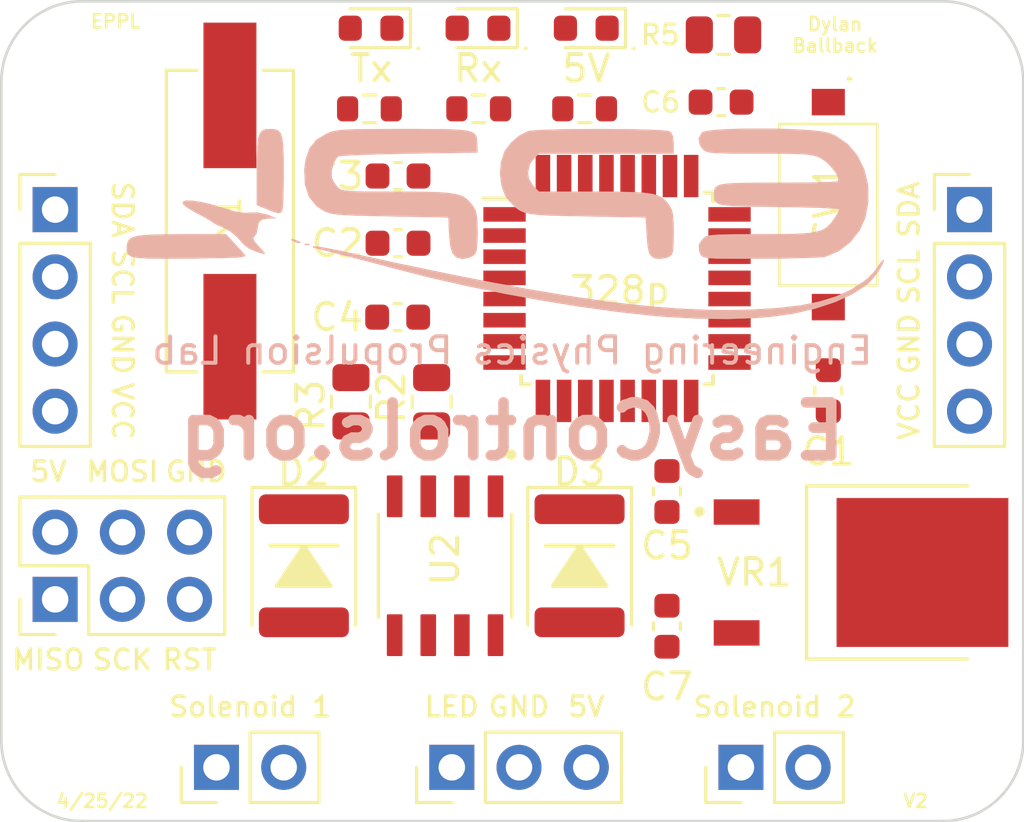
<source format=kicad_pcb>
(kicad_pcb (version 20171130) (host pcbnew "(5.1.10-1-10_14)")

  (general
    (thickness 1.6)
    (drawings 46)
    (tracks 0)
    (zones 0)
    (modules 34)
    (nets 35)
  )

  (page A4)
  (layers
    (0 F.Cu signal)
    (31 B.Cu signal)
    (32 B.Adhes user)
    (33 F.Adhes user)
    (34 B.Paste user)
    (35 F.Paste user)
    (36 B.SilkS user)
    (37 F.SilkS user)
    (38 B.Mask user)
    (39 F.Mask user)
    (40 Dwgs.User user)
    (41 Cmts.User user)
    (42 Eco1.User user)
    (43 Eco2.User user)
    (44 Edge.Cuts user)
    (45 Margin user)
    (46 B.CrtYd user)
    (47 F.CrtYd user)
    (48 B.Fab user)
    (49 F.Fab user hide)
  )

  (setup
    (last_trace_width 0.25)
    (trace_clearance 0.2)
    (zone_clearance 0.508)
    (zone_45_only no)
    (trace_min 0.2)
    (via_size 0.8)
    (via_drill 0.4)
    (via_min_size 0.4)
    (via_min_drill 0.3)
    (uvia_size 0.3)
    (uvia_drill 0.1)
    (uvias_allowed no)
    (uvia_min_size 0.2)
    (uvia_min_drill 0.1)
    (edge_width 0.1)
    (segment_width 0.2)
    (pcb_text_width 0.3)
    (pcb_text_size 1.5 1.5)
    (mod_edge_width 0.15)
    (mod_text_size 1 1)
    (mod_text_width 0.15)
    (pad_size 1.524 1.524)
    (pad_drill 0.762)
    (pad_to_mask_clearance 0)
    (aux_axis_origin 0 0)
    (visible_elements FFFFFF7F)
    (pcbplotparams
      (layerselection 0x010fc_ffffffff)
      (usegerberextensions false)
      (usegerberattributes true)
      (usegerberadvancedattributes true)
      (creategerberjobfile true)
      (excludeedgelayer true)
      (linewidth 0.100000)
      (plotframeref false)
      (viasonmask false)
      (mode 1)
      (useauxorigin false)
      (hpglpennumber 1)
      (hpglpenspeed 20)
      (hpglpendiameter 15.000000)
      (psnegative false)
      (psa4output false)
      (plotreference true)
      (plotvalue true)
      (plotinvisibletext false)
      (padsonsilk false)
      (subtractmaskfromsilk false)
      (outputformat 1)
      (mirror false)
      (drillshape 1)
      (scaleselection 1)
      (outputdirectory ""))
  )

  (net 0 "")
  (net 1 +5V)
  (net 2 GND)
  (net 3 "Net-(C3-Pad2)")
  (net 4 "Net-(C4-Pad2)")
  (net 5 VCC)
  (net 6 /Reset)
  (net 7 /SOL1)
  (net 8 /SOL2)
  (net 9 "Net-(D5-Pad1)")
  (net 10 /TXD)
  (net 11 "Net-(D6-Pad1)")
  (net 12 "Net-(D7-Pad1)")
  (net 13 /RXD)
  (net 14 /MISO)
  (net 15 /SCK)
  (net 16 /MOSI)
  (net 17 /LED)
  (net 18 /Gate1)
  (net 19 /Gate2)
  (net 20 "Net-(U1-Pad1)")
  (net 21 "Net-(U1-Pad2)")
  (net 22 "Net-(U1-Pad12)")
  (net 23 "Net-(U1-Pad13)")
  (net 24 "Net-(U1-Pad14)")
  (net 25 "Net-(U1-Pad19)")
  (net 26 "Net-(U1-Pad20)")
  (net 27 "Net-(U1-Pad22)")
  (net 28 "Net-(U1-Pad23)")
  (net 29 "Net-(U1-Pad24)")
  (net 30 "Net-(U1-Pad25)")
  (net 31 "Net-(U1-Pad26)")
  (net 32 /SDA)
  (net 33 /SCL)
  (net 34 "Net-(U1-Pad32)")

  (net_class Default "This is the default net class."
    (clearance 0.2)
    (trace_width 0.25)
    (via_dia 0.8)
    (via_drill 0.4)
    (uvia_dia 0.3)
    (uvia_drill 0.1)
    (add_net +5V)
    (add_net /Gate1)
    (add_net /Gate2)
    (add_net /LED)
    (add_net /MISO)
    (add_net /MOSI)
    (add_net /RXD)
    (add_net /Reset)
    (add_net /SCK)
    (add_net /SCL)
    (add_net /SDA)
    (add_net /SOL1)
    (add_net /SOL2)
    (add_net /TXD)
    (add_net GND)
    (add_net "Net-(C3-Pad2)")
    (add_net "Net-(C4-Pad2)")
    (add_net "Net-(D5-Pad1)")
    (add_net "Net-(D6-Pad1)")
    (add_net "Net-(D7-Pad1)")
    (add_net "Net-(U1-Pad1)")
    (add_net "Net-(U1-Pad12)")
    (add_net "Net-(U1-Pad13)")
    (add_net "Net-(U1-Pad14)")
    (add_net "Net-(U1-Pad19)")
    (add_net "Net-(U1-Pad2)")
    (add_net "Net-(U1-Pad20)")
    (add_net "Net-(U1-Pad22)")
    (add_net "Net-(U1-Pad23)")
    (add_net "Net-(U1-Pad24)")
    (add_net "Net-(U1-Pad25)")
    (add_net "Net-(U1-Pad26)")
    (add_net "Net-(U1-Pad32)")
    (add_net VCC)
  )

  (module footprints:eppl_logo2 (layer B.Cu) (tedit 0) (tstamp 626790CA)
    (at 106.172 69.596 180)
    (fp_text reference G*** (at 0 0) (layer B.SilkS) hide
      (effects (font (size 1.524 1.524) (thickness 0.3)) (justify mirror))
    )
    (fp_text value LOGO (at 0.75 0) (layer B.SilkS) hide
      (effects (font (size 1.524 1.524) (thickness 0.3)) (justify mirror))
    )
    (fp_poly (pts (xy 7.00688 -0.882657) (xy 7.024561 -0.931472) (xy 7.020278 -0.931998) (xy 6.9173 -0.952959)
      (xy 6.67967 -1.009907) (xy 6.336407 -1.095407) (xy 5.916529 -1.202023) (xy 5.449057 -1.322321)
      (xy 4.96301 -1.448866) (xy 4.487406 -1.574223) (xy 4.051265 -1.690958) (xy 3.937 -1.721949)
      (xy 2.632226 -2.055579) (xy 1.233126 -2.374327) (xy -0.221333 -2.671288) (xy -1.692184 -2.939561)
      (xy -3.140461 -3.172241) (xy -4.527196 -3.362426) (xy -5.813423 -3.503212) (xy -6.392333 -3.551861)
      (xy -7.542986 -3.612444) (xy -8.670677 -3.624158) (xy -9.721699 -3.587137) (xy -10.287 -3.542202)
      (xy -11.147396 -3.419029) (xy -11.963341 -3.229516) (xy -12.706036 -2.98364) (xy -13.346678 -2.691377)
      (xy -13.856467 -2.362702) (xy -13.971217 -2.266065) (xy -14.131378 -2.09484) (xy -14.297104 -1.87696)
      (xy -14.439551 -1.656866) (xy -14.529876 -1.479001) (xy -14.540487 -1.388931) (xy -14.476836 -1.427398)
      (xy -14.367408 -1.573681) (xy -14.324696 -1.642845) (xy -14.149157 -1.871383) (xy -13.90445 -2.111449)
      (xy -13.785034 -2.207346) (xy -13.290755 -2.522161) (xy -12.737537 -2.775028) (xy -12.104169 -2.971203)
      (xy -11.369434 -3.11594) (xy -10.51212 -3.214495) (xy -9.511013 -3.272123) (xy -9.482666 -3.27313)
      (xy -8.614175 -3.289184) (xy -7.717132 -3.276085) (xy -6.779562 -3.232123) (xy -5.789488 -3.155588)
      (xy -4.734937 -3.044771) (xy -3.603932 -2.897962) (xy -2.384498 -2.71345) (xy -1.06466 -2.489528)
      (xy 0.367557 -2.224483) (xy 1.92413 -1.916608) (xy 3.617034 -1.564191) (xy 5.458243 -1.165525)
      (xy 5.786269 -1.093159) (xy 6.209602 -1.003508) (xy 6.571926 -0.934286) (xy 6.842307 -0.890829)
      (xy 6.989816 -0.87847) (xy 7.00688 -0.882657)) (layer B.SilkS) (width 0.01))
    (fp_poly (pts (xy -9.203977 3.566669) (xy -8.69612 3.551667) (xy -8.260449 3.527073) (xy -7.924614 3.492809)
      (xy -7.716266 3.448797) (xy -7.668381 3.422953) (xy -7.54706 3.200637) (xy -7.585021 2.958073)
      (xy -7.704666 2.794) (xy -7.767737 2.739855) (xy -7.84929 2.698644) (xy -7.971432 2.668612)
      (xy -8.156272 2.648002) (xy -8.425914 2.63506) (xy -8.802467 2.628029) (xy -9.308036 2.625154)
      (xy -9.836935 2.624667) (xy -10.472584 2.623575) (xy -10.963133 2.619115) (xy -11.332809 2.609514)
      (xy -11.605836 2.592999) (xy -11.806441 2.567794) (xy -11.95885 2.532127) (xy -12.087289 2.484223)
      (xy -12.149682 2.455326) (xy -12.356861 2.316198) (xy -12.557638 2.11952) (xy -12.721642 1.90553)
      (xy -12.818501 1.714467) (xy -12.817842 1.586567) (xy -12.81128 1.578836) (xy -12.715158 1.564122)
      (xy -12.472617 1.5509) (xy -12.106569 1.539725) (xy -11.639924 1.531149) (xy -11.095594 1.525727)
      (xy -10.543822 1.524) (xy -9.841705 1.523119) (xy -9.290658 1.518361) (xy -8.872418 1.506556)
      (xy -8.568724 1.484536) (xy -8.361314 1.44913) (xy -8.231925 1.397168) (xy -8.162296 1.32548)
      (xy -8.134164 1.230897) (xy -8.129268 1.110248) (xy -8.129296 1.1049) (xy -8.13212 0.969685)
      (xy -8.150909 0.863197) (xy -8.203861 0.781762) (xy -8.30917 0.721705) (xy -8.485032 0.679352)
      (xy -8.749642 0.651028) (xy -9.121197 0.633058) (xy -9.617891 0.621768) (xy -10.25792 0.613483)
      (xy -10.58015 0.609947) (xy -11.182891 0.601186) (xy -11.726203 0.589137) (xy -12.188288 0.574619)
      (xy -12.547346 0.558454) (xy -12.781579 0.541462) (xy -12.869187 0.524463) (xy -12.869333 0.523767)
      (xy -12.825596 0.421894) (xy -12.715738 0.238652) (xy -12.662837 0.158755) (xy -12.537436 -0.012264)
      (xy -12.4065 -0.146161) (xy -12.248393 -0.24745) (xy -12.041478 -0.320644) (xy -11.76412 -0.370254)
      (xy -11.394684 -0.400794) (xy -10.911533 -0.416776) (xy -10.293031 -0.422714) (xy -9.872038 -0.423333)
      (xy -9.237455 -0.424077) (xy -8.750324 -0.42745) (xy -8.388765 -0.435161) (xy -8.130899 -0.448919)
      (xy -7.954845 -0.470434) (xy -7.838725 -0.501415) (xy -7.760659 -0.543571) (xy -7.704666 -0.592666)
      (xy -7.555707 -0.818426) (xy -7.566014 -1.061636) (xy -7.622979 -1.190899) (xy -7.657514 -1.240798)
      (xy -7.714459 -1.279268) (xy -7.813848 -1.307681) (xy -7.975716 -1.327408) (xy -8.220097 -1.339822)
      (xy -8.567026 -1.346294) (xy -9.036537 -1.348198) (xy -9.648664 -1.346904) (xy -9.887812 -1.346)
      (xy -10.492076 -1.341274) (xy -11.052026 -1.332518) (xy -11.541698 -1.320484) (xy -11.935128 -1.305926)
      (xy -12.206352 -1.289595) (xy -12.319 -1.275497) (xy -12.826503 -1.069119) (xy -13.273587 -0.72796)
      (xy -13.626802 -0.284414) (xy -13.844907 0.202169) (xy -13.962355 0.838329) (xy -13.944246 1.459177)
      (xy -13.801198 2.040172) (xy -13.543827 2.556774) (xy -13.182747 2.984442) (xy -12.728574 3.298637)
      (xy -12.457444 3.409573) (xy -12.218528 3.459557) (xy -11.858238 3.50049) (xy -11.404225 3.532293)
      (xy -10.884142 3.554889) (xy -10.325638 3.568202) (xy -9.756366 3.572155) (xy -9.203977 3.566669)) (layer B.SilkS) (width 0.01))
    (fp_poly (pts (xy -3.43942 3.555109) (xy -2.858108 3.550614) (xy -2.317315 3.541829) (xy -1.843268 3.528731)
      (xy -1.462193 3.511296) (xy -1.200314 3.489502) (xy -1.106481 3.473001) (xy -0.778815 3.312441)
      (xy -0.464314 3.047574) (xy -0.228987 2.734974) (xy -0.215423 2.709334) (xy -0.081547 2.308792)
      (xy -0.043418 1.86076) (xy -0.096638 1.419642) (xy -0.236811 1.039843) (xy -0.364928 0.85959)
      (xy -0.518213 0.697086) (xy -0.654618 0.569199) (xy -0.796283 0.471363) (xy -0.965352 0.399013)
      (xy -1.183965 0.347583) (xy -1.474265 0.312508) (xy -1.858393 0.289223) (xy -2.358492 0.273162)
      (xy -2.996702 0.25976) (xy -3.302 0.254) (xy -5.545666 0.211667) (xy -5.588 -0.490145)
      (xy -5.622362 -0.883944) (xy -5.679781 -1.137645) (xy -5.777454 -1.280381) (xy -5.932576 -1.341286)
      (xy -6.096 -1.350795) (xy -6.324047 -1.315331) (xy -6.455833 -1.263218) (xy -6.526456 -1.196942)
      (xy -6.570872 -1.075316) (xy -6.59467 -0.864585) (xy -6.603443 -0.530994) (xy -6.604 -0.368696)
      (xy -6.598614 0.028993) (xy -6.577508 0.300944) (xy -6.533261 0.490552) (xy -6.458452 0.641208)
      (xy -6.42208 0.69501) (xy -6.310223 0.837188) (xy -6.186598 0.949018) (xy -6.030422 1.034108)
      (xy -5.820913 1.096065) (xy -5.537286 1.138496) (xy -5.15876 1.16501) (xy -4.664551 1.179212)
      (xy -4.033877 1.184711) (xy -3.597204 1.185334) (xy -1.516303 1.185334) (xy -1.308485 1.393152)
      (xy -1.134914 1.667802) (xy -1.100666 1.905001) (xy -1.169759 2.228021) (xy -1.308485 2.416849)
      (xy -1.516303 2.624667) (xy -6.604 2.624667) (xy -6.604 3.002688) (xy -6.582569 3.269728)
      (xy -6.506905 3.42007) (xy -6.440233 3.468355) (xy -6.309592 3.493254) (xy -6.035893 3.514023)
      (xy -5.645362 3.530639) (xy -5.164224 3.543078) (xy -4.618703 3.551318) (xy -4.035027 3.555336)
      (xy -3.43942 3.555109)) (layer B.SilkS) (width 0.01))
    (fp_poly (pts (xy 4.341266 3.555302) (xy 4.914344 3.552367) (xy 5.360348 3.545941) (xy 5.700406 3.534765)
      (xy 5.955648 3.517585) (xy 6.147202 3.493142) (xy 6.296196 3.460182) (xy 6.423759 3.417446)
      (xy 6.503638 3.384502) (xy 6.887783 3.152647) (xy 7.149571 2.832037) (xy 7.301767 2.402019)
      (xy 7.350569 2.014536) (xy 7.325106 1.446259) (xy 7.17313 0.989706) (xy 6.893883 0.643199)
      (xy 6.658577 0.484002) (xy 6.542425 0.426613) (xy 6.41923 0.381568) (xy 6.266549 0.346846)
      (xy 6.061935 0.320423) (xy 5.782946 0.300278) (xy 5.407136 0.284387) (xy 4.912061 0.270728)
      (xy 4.275278 0.257279) (xy 4.106334 0.254) (xy 1.905 0.211667) (xy 1.87974 -0.421189)
      (xy 1.840568 -0.850387) (xy 1.755785 -1.134766) (xy 1.613592 -1.29543) (xy 1.402184 -1.353483)
      (xy 1.357727 -1.354666) (xy 1.119599 -1.309044) (xy 0.968682 -1.23433) (xy 0.888779 -1.153746)
      (xy 0.839491 -1.029827) (xy 0.813839 -0.825072) (xy 0.804841 -0.501976) (xy 0.804334 -0.351446)
      (xy 0.810735 0.037867) (xy 0.835116 0.302497) (xy 0.88524 0.486785) (xy 0.968871 0.635073)
      (xy 0.979685 0.650051) (xy 1.102883 0.805403) (xy 1.232257 0.927477) (xy 1.389052 1.02026)
      (xy 1.59451 1.087739) (xy 1.869874 1.1339) (xy 2.236386 1.16273) (xy 2.715289 1.178216)
      (xy 3.327827 1.184345) (xy 3.831167 1.185202) (xy 4.482924 1.185952) (xy 4.986604 1.189158)
      (xy 5.363461 1.196391) (xy 5.634747 1.209222) (xy 5.821717 1.229224) (xy 5.945624 1.257968)
      (xy 6.027722 1.297025) (xy 6.089264 1.347967) (xy 6.093847 1.352514) (xy 6.24327 1.561504)
      (xy 6.315104 1.735157) (xy 6.318644 1.9698) (xy 6.249671 2.235777) (xy 6.133675 2.453409)
      (xy 6.063809 2.52065) (xy 5.958259 2.537383) (xy 5.704926 2.555171) (xy 5.32535 2.573178)
      (xy 4.841069 2.590566) (xy 4.273623 2.6065) (xy 3.644553 2.620141) (xy 3.386667 2.624667)
      (xy 0.804334 2.667) (xy 0.815308 2.99935) (xy 0.823077 3.151071) (xy 0.846722 3.272366)
      (xy 0.903396 3.366642) (xy 1.010255 3.437302) (xy 1.184453 3.487752) (xy 1.443144 3.521395)
      (xy 1.803482 3.541637) (xy 2.282622 3.551882) (xy 2.897718 3.555535) (xy 3.619987 3.556)
      (xy 4.341266 3.555302)) (layer B.SilkS) (width 0.01))
    (fp_poly (pts (xy 12.639017 -0.426495) (xy 13.135306 -0.439095) (xy 13.501171 -0.465803) (xy 13.756031 -0.511291)
      (xy 13.919307 -0.580229) (xy 14.01042 -0.677288) (xy 14.04879 -0.807138) (xy 14.054667 -0.9192)
      (xy 14.048947 -1.053853) (xy 14.018757 -1.157373) (xy 13.944551 -1.233671) (xy 13.806784 -1.286659)
      (xy 13.585908 -1.32025) (xy 13.26238 -1.338355) (xy 12.816652 -1.344886) (xy 12.22918 -1.343754)
      (xy 11.942234 -1.34198) (xy 11.376758 -1.336759) (xy 10.856643 -1.329204) (xy 10.409796 -1.319941)
      (xy 10.064124 -1.309593) (xy 9.847537 -1.298786) (xy 9.800167 -1.294023) (xy 9.631539 -1.26213)
      (xy 9.567334 -1.238418) (xy 9.620256 -1.171142) (xy 9.7585 -1.015353) (xy 9.937387 -0.820708)
      (xy 10.30744 -0.423333) (xy 11.992881 -0.423333) (xy 12.639017 -0.426495)) (layer B.SilkS) (width 0.01))
    (fp_poly (pts (xy 11.950404 0.80449) (xy 11.933521 0.714279) (xy 11.932519 0.713062) (xy 11.79682 0.601455)
      (xy 11.567241 0.458124) (xy 11.392985 0.364744) (xy 11.131334 0.226219) (xy 10.919589 0.100994)
      (xy 10.837334 0.043094) (xy 10.675536 -0.054809) (xy 10.440104 -0.1586) (xy 10.393541 -0.175673)
      (xy 10.136754 -0.317523) (xy 9.881995 -0.537028) (xy 9.813871 -0.614621) (xy 9.624902 -0.826748)
      (xy 9.435563 -0.967014) (xy 9.181909 -1.075558) (xy 8.974667 -1.141432) (xy 8.859913 -1.169122)
      (xy 8.842587 -1.140141) (xy 8.93072 -1.030843) (xy 9.058355 -0.895045) (xy 9.229487 -0.697178)
      (xy 9.282023 -0.577732) (xy 9.240587 -0.515367) (xy 9.154051 -0.386207) (xy 9.115618 -0.201559)
      (xy 9.071715 0.021621) (xy 8.942228 0.135887) (xy 8.688415 0.174597) (xy 8.678334 0.174944)
      (xy 8.424334 0.183147) (xy 8.720167 0.311916) (xy 9.134925 0.403383) (xy 9.376345 0.391294)
      (xy 9.624699 0.38249) (xy 9.919236 0.427315) (xy 10.304514 0.53389) (xy 10.490001 0.594285)
      (xy 10.903989 0.717572) (xy 11.282244 0.802313) (xy 11.599545 0.846431) (xy 11.830672 0.847849)
      (xy 11.950404 0.80449)) (layer B.SilkS) (width 0.01))
    (fp_poly (pts (xy 7.34307 -0.795513) (xy 7.317819 -0.833995) (xy 7.231945 -0.839982) (xy 7.141602 -0.819305)
      (xy 7.180792 -0.788829) (xy 7.313116 -0.778736) (xy 7.34307 -0.795513)) (layer B.SilkS) (width 0.01))
    (fp_poly (pts (xy 7.823579 -0.653284) (xy 7.789334 -0.677333) (xy 7.608592 -0.747533) (xy 7.535334 -0.754752)
      (xy 7.484703 -0.730578) (xy 7.577667 -0.677333) (xy 7.757171 -0.613841) (xy 7.849787 -0.605824)
      (xy 7.823579 -0.653284)) (layer B.SilkS) (width 0.01))
    (fp_poly (pts (xy 8.814921 3.543634) (xy 8.946347 3.49164) (xy 9.037504 3.377676) (xy 9.095613 3.179399)
      (xy 9.1279 2.874466) (xy 9.141588 2.440535) (xy 9.144 1.984756) (xy 9.144 0.679606)
      (xy 8.861459 0.561553) (xy 8.547625 0.436573) (xy 8.352989 0.380045) (xy 8.243939 0.387455)
      (xy 8.186866 0.454287) (xy 8.18036 0.470069) (xy 8.16241 0.598556) (xy 8.147112 0.863907)
      (xy 8.135617 1.233658) (xy 8.129073 1.675347) (xy 8.128 1.948211) (xy 8.131745 2.508655)
      (xy 8.14764 2.921969) (xy 8.182675 3.210278) (xy 8.243841 3.395704) (xy 8.338129 3.500374)
      (xy 8.472528 3.546411) (xy 8.636 3.556) (xy 8.814921 3.543634)) (layer B.SilkS) (width 0.01))
  )

  (module Capacitor_SMD:C_0603_1608Metric (layer F.Cu) (tedit 5F68FEEE) (tstamp 62647AED)
    (at 118.618 75.933 270)
    (descr "Capacitor SMD 0603 (1608 Metric), square (rectangular) end terminal, IPC_7351 nominal, (Body size source: IPC-SM-782 page 76, https://www.pcb-3d.com/wordpress/wp-content/uploads/ipc-sm-782a_amendment_1_and_2.pdf), generated with kicad-footprint-generator")
    (tags capacitor)
    (path /61F4B2BD)
    (attr smd)
    (fp_text reference C1 (at 2.299 0 180) (layer F.SilkS)
      (effects (font (size 1 1) (thickness 0.15)))
    )
    (fp_text value 100nF (at 0 1.43 90) (layer F.Fab)
      (effects (font (size 1 1) (thickness 0.15)))
    )
    (fp_line (start -0.8 0.4) (end -0.8 -0.4) (layer F.Fab) (width 0.1))
    (fp_line (start -0.8 -0.4) (end 0.8 -0.4) (layer F.Fab) (width 0.1))
    (fp_line (start 0.8 -0.4) (end 0.8 0.4) (layer F.Fab) (width 0.1))
    (fp_line (start 0.8 0.4) (end -0.8 0.4) (layer F.Fab) (width 0.1))
    (fp_line (start -0.14058 -0.51) (end 0.14058 -0.51) (layer F.SilkS) (width 0.12))
    (fp_line (start -0.14058 0.51) (end 0.14058 0.51) (layer F.SilkS) (width 0.12))
    (fp_line (start -1.48 0.73) (end -1.48 -0.73) (layer F.CrtYd) (width 0.05))
    (fp_line (start -1.48 -0.73) (end 1.48 -0.73) (layer F.CrtYd) (width 0.05))
    (fp_line (start 1.48 -0.73) (end 1.48 0.73) (layer F.CrtYd) (width 0.05))
    (fp_line (start 1.48 0.73) (end -1.48 0.73) (layer F.CrtYd) (width 0.05))
    (fp_text user %R (at 0 0 90) (layer F.Fab)
      (effects (font (size 0.4 0.4) (thickness 0.06)))
    )
    (pad 1 smd roundrect (at -0.775 0 270) (size 0.9 0.95) (layers F.Cu F.Paste F.Mask) (roundrect_rratio 0.25)
      (net 1 +5V))
    (pad 2 smd roundrect (at 0.775 0 270) (size 0.9 0.95) (layers F.Cu F.Paste F.Mask) (roundrect_rratio 0.25)
      (net 2 GND))
    (model ${KISYS3DMOD}/Capacitor_SMD.3dshapes/C_0603_1608Metric.wrl
      (at (xyz 0 0 0))
      (scale (xyz 1 1 1))
      (rotate (xyz 0 0 0))
    )
  )

  (module Capacitor_SMD:C_0603_1608Metric (layer F.Cu) (tedit 5F68FEEE) (tstamp 626472FC)
    (at 102.362 70.358 180)
    (descr "Capacitor SMD 0603 (1608 Metric), square (rectangular) end terminal, IPC_7351 nominal, (Body size source: IPC-SM-782 page 76, https://www.pcb-3d.com/wordpress/wp-content/uploads/ipc-sm-782a_amendment_1_and_2.pdf), generated with kicad-footprint-generator")
    (tags capacitor)
    (path /61F47625)
    (attr smd)
    (fp_text reference C2 (at 2.286 0) (layer F.SilkS)
      (effects (font (size 1 1) (thickness 0.15)))
    )
    (fp_text value 100nF (at 0 1.43) (layer F.Fab)
      (effects (font (size 1 1) (thickness 0.15)))
    )
    (fp_line (start 1.48 0.73) (end -1.48 0.73) (layer F.CrtYd) (width 0.05))
    (fp_line (start 1.48 -0.73) (end 1.48 0.73) (layer F.CrtYd) (width 0.05))
    (fp_line (start -1.48 -0.73) (end 1.48 -0.73) (layer F.CrtYd) (width 0.05))
    (fp_line (start -1.48 0.73) (end -1.48 -0.73) (layer F.CrtYd) (width 0.05))
    (fp_line (start -0.14058 0.51) (end 0.14058 0.51) (layer F.SilkS) (width 0.12))
    (fp_line (start -0.14058 -0.51) (end 0.14058 -0.51) (layer F.SilkS) (width 0.12))
    (fp_line (start 0.8 0.4) (end -0.8 0.4) (layer F.Fab) (width 0.1))
    (fp_line (start 0.8 -0.4) (end 0.8 0.4) (layer F.Fab) (width 0.1))
    (fp_line (start -0.8 -0.4) (end 0.8 -0.4) (layer F.Fab) (width 0.1))
    (fp_line (start -0.8 0.4) (end -0.8 -0.4) (layer F.Fab) (width 0.1))
    (fp_text user %R (at 0 0) (layer F.Fab)
      (effects (font (size 0.4 0.4) (thickness 0.06)))
    )
    (pad 2 smd roundrect (at 0.775 0 180) (size 0.9 0.95) (layers F.Cu F.Paste F.Mask) (roundrect_rratio 0.25)
      (net 2 GND))
    (pad 1 smd roundrect (at -0.775 0 180) (size 0.9 0.95) (layers F.Cu F.Paste F.Mask) (roundrect_rratio 0.25)
      (net 1 +5V))
    (model ${KISYS3DMOD}/Capacitor_SMD.3dshapes/C_0603_1608Metric.wrl
      (at (xyz 0 0 0))
      (scale (xyz 1 1 1))
      (rotate (xyz 0 0 0))
    )
  )

  (module Capacitor_SMD:C_0603_1608Metric (layer F.Cu) (tedit 5F68FEEE) (tstamp 62647B0F)
    (at 102.362 67.818)
    (descr "Capacitor SMD 0603 (1608 Metric), square (rectangular) end terminal, IPC_7351 nominal, (Body size source: IPC-SM-782 page 76, https://www.pcb-3d.com/wordpress/wp-content/uploads/ipc-sm-782a_amendment_1_and_2.pdf), generated with kicad-footprint-generator")
    (tags capacitor)
    (path /61E94D57)
    (attr smd)
    (fp_text reference C3 (at -2.286 0) (layer F.SilkS)
      (effects (font (size 1 1) (thickness 0.15)))
    )
    (fp_text value 22pf (at 0 1.43) (layer F.Fab)
      (effects (font (size 1 1) (thickness 0.15)))
    )
    (fp_line (start -0.8 0.4) (end -0.8 -0.4) (layer F.Fab) (width 0.1))
    (fp_line (start -0.8 -0.4) (end 0.8 -0.4) (layer F.Fab) (width 0.1))
    (fp_line (start 0.8 -0.4) (end 0.8 0.4) (layer F.Fab) (width 0.1))
    (fp_line (start 0.8 0.4) (end -0.8 0.4) (layer F.Fab) (width 0.1))
    (fp_line (start -0.14058 -0.51) (end 0.14058 -0.51) (layer F.SilkS) (width 0.12))
    (fp_line (start -0.14058 0.51) (end 0.14058 0.51) (layer F.SilkS) (width 0.12))
    (fp_line (start -1.48 0.73) (end -1.48 -0.73) (layer F.CrtYd) (width 0.05))
    (fp_line (start -1.48 -0.73) (end 1.48 -0.73) (layer F.CrtYd) (width 0.05))
    (fp_line (start 1.48 -0.73) (end 1.48 0.73) (layer F.CrtYd) (width 0.05))
    (fp_line (start 1.48 0.73) (end -1.48 0.73) (layer F.CrtYd) (width 0.05))
    (fp_text user %R (at 0 0) (layer F.Fab)
      (effects (font (size 0.4 0.4) (thickness 0.06)))
    )
    (pad 1 smd roundrect (at -0.775 0) (size 0.9 0.95) (layers F.Cu F.Paste F.Mask) (roundrect_rratio 0.25)
      (net 2 GND))
    (pad 2 smd roundrect (at 0.775 0) (size 0.9 0.95) (layers F.Cu F.Paste F.Mask) (roundrect_rratio 0.25)
      (net 3 "Net-(C3-Pad2)"))
    (model ${KISYS3DMOD}/Capacitor_SMD.3dshapes/C_0603_1608Metric.wrl
      (at (xyz 0 0 0))
      (scale (xyz 1 1 1))
      (rotate (xyz 0 0 0))
    )
  )

  (module Capacitor_SMD:C_0603_1608Metric (layer F.Cu) (tedit 5F68FEEE) (tstamp 62647B20)
    (at 102.349 73.152)
    (descr "Capacitor SMD 0603 (1608 Metric), square (rectangular) end terminal, IPC_7351 nominal, (Body size source: IPC-SM-782 page 76, https://www.pcb-3d.com/wordpress/wp-content/uploads/ipc-sm-782a_amendment_1_and_2.pdf), generated with kicad-footprint-generator")
    (tags capacitor)
    (path /61E95EF9)
    (attr smd)
    (fp_text reference C4 (at -2.286 0) (layer F.SilkS)
      (effects (font (size 1 1) (thickness 0.15)))
    )
    (fp_text value 22pf (at 0 1.43) (layer F.Fab)
      (effects (font (size 1 1) (thickness 0.15)))
    )
    (fp_line (start -0.8 0.4) (end -0.8 -0.4) (layer F.Fab) (width 0.1))
    (fp_line (start -0.8 -0.4) (end 0.8 -0.4) (layer F.Fab) (width 0.1))
    (fp_line (start 0.8 -0.4) (end 0.8 0.4) (layer F.Fab) (width 0.1))
    (fp_line (start 0.8 0.4) (end -0.8 0.4) (layer F.Fab) (width 0.1))
    (fp_line (start -0.14058 -0.51) (end 0.14058 -0.51) (layer F.SilkS) (width 0.12))
    (fp_line (start -0.14058 0.51) (end 0.14058 0.51) (layer F.SilkS) (width 0.12))
    (fp_line (start -1.48 0.73) (end -1.48 -0.73) (layer F.CrtYd) (width 0.05))
    (fp_line (start -1.48 -0.73) (end 1.48 -0.73) (layer F.CrtYd) (width 0.05))
    (fp_line (start 1.48 -0.73) (end 1.48 0.73) (layer F.CrtYd) (width 0.05))
    (fp_line (start 1.48 0.73) (end -1.48 0.73) (layer F.CrtYd) (width 0.05))
    (fp_text user %R (at 0 0) (layer F.Fab)
      (effects (font (size 0.4 0.4) (thickness 0.06)))
    )
    (pad 1 smd roundrect (at -0.775 0) (size 0.9 0.95) (layers F.Cu F.Paste F.Mask) (roundrect_rratio 0.25)
      (net 2 GND))
    (pad 2 smd roundrect (at 0.775 0) (size 0.9 0.95) (layers F.Cu F.Paste F.Mask) (roundrect_rratio 0.25)
      (net 4 "Net-(C4-Pad2)"))
    (model ${KISYS3DMOD}/Capacitor_SMD.3dshapes/C_0603_1608Metric.wrl
      (at (xyz 0 0 0))
      (scale (xyz 1 1 1))
      (rotate (xyz 0 0 0))
    )
  )

  (module Capacitor_SMD:C_0603_1608Metric (layer F.Cu) (tedit 5F68FEEE) (tstamp 62649547)
    (at 112.522 79.743 90)
    (descr "Capacitor SMD 0603 (1608 Metric), square (rectangular) end terminal, IPC_7351 nominal, (Body size source: IPC-SM-782 page 76, https://www.pcb-3d.com/wordpress/wp-content/uploads/ipc-sm-782a_amendment_1_and_2.pdf), generated with kicad-footprint-generator")
    (tags capacitor)
    (path /61F21560)
    (attr smd)
    (fp_text reference C5 (at -2.045 0 180) (layer F.SilkS)
      (effects (font (size 1 1) (thickness 0.15)))
    )
    (fp_text value "0.33 uF" (at 0 1.43 90) (layer F.Fab)
      (effects (font (size 1 1) (thickness 0.15)))
    )
    (fp_line (start -0.8 0.4) (end -0.8 -0.4) (layer F.Fab) (width 0.1))
    (fp_line (start -0.8 -0.4) (end 0.8 -0.4) (layer F.Fab) (width 0.1))
    (fp_line (start 0.8 -0.4) (end 0.8 0.4) (layer F.Fab) (width 0.1))
    (fp_line (start 0.8 0.4) (end -0.8 0.4) (layer F.Fab) (width 0.1))
    (fp_line (start -0.14058 -0.51) (end 0.14058 -0.51) (layer F.SilkS) (width 0.12))
    (fp_line (start -0.14058 0.51) (end 0.14058 0.51) (layer F.SilkS) (width 0.12))
    (fp_line (start -1.48 0.73) (end -1.48 -0.73) (layer F.CrtYd) (width 0.05))
    (fp_line (start -1.48 -0.73) (end 1.48 -0.73) (layer F.CrtYd) (width 0.05))
    (fp_line (start 1.48 -0.73) (end 1.48 0.73) (layer F.CrtYd) (width 0.05))
    (fp_line (start 1.48 0.73) (end -1.48 0.73) (layer F.CrtYd) (width 0.05))
    (fp_text user %R (at 0 0 90) (layer F.Fab)
      (effects (font (size 0.4 0.4) (thickness 0.06)))
    )
    (pad 1 smd roundrect (at -0.775 0 90) (size 0.9 0.95) (layers F.Cu F.Paste F.Mask) (roundrect_rratio 0.25)
      (net 5 VCC))
    (pad 2 smd roundrect (at 0.775 0 90) (size 0.9 0.95) (layers F.Cu F.Paste F.Mask) (roundrect_rratio 0.25)
      (net 2 GND))
    (model ${KISYS3DMOD}/Capacitor_SMD.3dshapes/C_0603_1608Metric.wrl
      (at (xyz 0 0 0))
      (scale (xyz 1 1 1))
      (rotate (xyz 0 0 0))
    )
  )

  (module Capacitor_SMD:C_0603_1608Metric (layer F.Cu) (tedit 5F68FEEE) (tstamp 62647B42)
    (at 114.567 65.024 180)
    (descr "Capacitor SMD 0603 (1608 Metric), square (rectangular) end terminal, IPC_7351 nominal, (Body size source: IPC-SM-782 page 76, https://www.pcb-3d.com/wordpress/wp-content/uploads/ipc-sm-782a_amendment_1_and_2.pdf), generated with kicad-footprint-generator")
    (tags capacitor)
    (path /61F45BC8)
    (attr smd)
    (fp_text reference C6 (at 2.286 0) (layer F.SilkS)
      (effects (font (size 0.75 0.75) (thickness 0.12)))
    )
    (fp_text value 100nF (at 0 1.43) (layer F.Fab)
      (effects (font (size 1 1) (thickness 0.15)))
    )
    (fp_line (start 1.48 0.73) (end -1.48 0.73) (layer F.CrtYd) (width 0.05))
    (fp_line (start 1.48 -0.73) (end 1.48 0.73) (layer F.CrtYd) (width 0.05))
    (fp_line (start -1.48 -0.73) (end 1.48 -0.73) (layer F.CrtYd) (width 0.05))
    (fp_line (start -1.48 0.73) (end -1.48 -0.73) (layer F.CrtYd) (width 0.05))
    (fp_line (start -0.14058 0.51) (end 0.14058 0.51) (layer F.SilkS) (width 0.12))
    (fp_line (start -0.14058 -0.51) (end 0.14058 -0.51) (layer F.SilkS) (width 0.12))
    (fp_line (start 0.8 0.4) (end -0.8 0.4) (layer F.Fab) (width 0.1))
    (fp_line (start 0.8 -0.4) (end 0.8 0.4) (layer F.Fab) (width 0.1))
    (fp_line (start -0.8 -0.4) (end 0.8 -0.4) (layer F.Fab) (width 0.1))
    (fp_line (start -0.8 0.4) (end -0.8 -0.4) (layer F.Fab) (width 0.1))
    (fp_text user %R (at 0 0) (layer F.Fab)
      (effects (font (size 0.4 0.4) (thickness 0.06)))
    )
    (pad 2 smd roundrect (at 0.775 0 180) (size 0.9 0.95) (layers F.Cu F.Paste F.Mask) (roundrect_rratio 0.25)
      (net 6 /Reset))
    (pad 1 smd roundrect (at -0.775 0 180) (size 0.9 0.95) (layers F.Cu F.Paste F.Mask) (roundrect_rratio 0.25)
      (net 2 GND))
    (model ${KISYS3DMOD}/Capacitor_SMD.3dshapes/C_0603_1608Metric.wrl
      (at (xyz 0 0 0))
      (scale (xyz 1 1 1))
      (rotate (xyz 0 0 0))
    )
  )

  (module Capacitor_SMD:C_0603_1608Metric (layer F.Cu) (tedit 5F68FEEE) (tstamp 62649517)
    (at 112.522 84.836 270)
    (descr "Capacitor SMD 0603 (1608 Metric), square (rectangular) end terminal, IPC_7351 nominal, (Body size source: IPC-SM-782 page 76, https://www.pcb-3d.com/wordpress/wp-content/uploads/ipc-sm-782a_amendment_1_and_2.pdf), generated with kicad-footprint-generator")
    (tags capacitor)
    (path /61F1F34E)
    (attr smd)
    (fp_text reference C7 (at 2.286 0 180) (layer F.SilkS)
      (effects (font (size 1 1) (thickness 0.15)))
    )
    (fp_text value 0.1uF (at 0 1.43 90) (layer F.Fab)
      (effects (font (size 1 1) (thickness 0.15)))
    )
    (fp_line (start 1.48 0.73) (end -1.48 0.73) (layer F.CrtYd) (width 0.05))
    (fp_line (start 1.48 -0.73) (end 1.48 0.73) (layer F.CrtYd) (width 0.05))
    (fp_line (start -1.48 -0.73) (end 1.48 -0.73) (layer F.CrtYd) (width 0.05))
    (fp_line (start -1.48 0.73) (end -1.48 -0.73) (layer F.CrtYd) (width 0.05))
    (fp_line (start -0.14058 0.51) (end 0.14058 0.51) (layer F.SilkS) (width 0.12))
    (fp_line (start -0.14058 -0.51) (end 0.14058 -0.51) (layer F.SilkS) (width 0.12))
    (fp_line (start 0.8 0.4) (end -0.8 0.4) (layer F.Fab) (width 0.1))
    (fp_line (start 0.8 -0.4) (end 0.8 0.4) (layer F.Fab) (width 0.1))
    (fp_line (start -0.8 -0.4) (end 0.8 -0.4) (layer F.Fab) (width 0.1))
    (fp_line (start -0.8 0.4) (end -0.8 -0.4) (layer F.Fab) (width 0.1))
    (fp_text user %R (at 0 0 90) (layer F.Fab)
      (effects (font (size 0.4 0.4) (thickness 0.06)))
    )
    (pad 2 smd roundrect (at 0.775 0 270) (size 0.9 0.95) (layers F.Cu F.Paste F.Mask) (roundrect_rratio 0.25)
      (net 2 GND))
    (pad 1 smd roundrect (at -0.775 0 270) (size 0.9 0.95) (layers F.Cu F.Paste F.Mask) (roundrect_rratio 0.25)
      (net 1 +5V))
    (model ${KISYS3DMOD}/Capacitor_SMD.3dshapes/C_0603_1608Metric.wrl
      (at (xyz 0 0 0))
      (scale (xyz 1 1 1))
      (rotate (xyz 0 0 0))
    )
  )

  (module Diode_SMD:D_1812_4532Metric (layer F.Cu) (tedit 5F68FEF0) (tstamp 62647B66)
    (at 98.806 82.55 270)
    (descr "Diode SMD 1812 (4532 Metric), square (rectangular) end terminal, IPC_7351 nominal, (Body size source: https://www.nikhef.nl/pub/departments/mt/projects/detectorR_D/dtddice/ERJ2G.pdf), generated with kicad-footprint-generator")
    (tags diode)
    (path /62646219)
    (attr smd)
    (fp_text reference D2 (at -3.556 0 180) (layer F.SilkS)
      (effects (font (size 1 1) (thickness 0.15)))
    )
    (fp_text value D (at 0 2.65 90) (layer F.Fab)
      (effects (font (size 1 1) (thickness 0.15)))
    )
    (fp_line (start 2.25 -1.6) (end -1.45 -1.6) (layer F.Fab) (width 0.1))
    (fp_line (start -1.45 -1.6) (end -2.25 -0.8) (layer F.Fab) (width 0.1))
    (fp_line (start -2.25 -0.8) (end -2.25 1.6) (layer F.Fab) (width 0.1))
    (fp_line (start -2.25 1.6) (end 2.25 1.6) (layer F.Fab) (width 0.1))
    (fp_line (start 2.25 1.6) (end 2.25 -1.6) (layer F.Fab) (width 0.1))
    (fp_line (start 2.25 -1.96) (end -2.96 -1.96) (layer F.SilkS) (width 0.12))
    (fp_line (start -2.96 -1.96) (end -2.96 1.96) (layer F.SilkS) (width 0.12))
    (fp_line (start -2.96 1.96) (end 2.25 1.96) (layer F.SilkS) (width 0.12))
    (fp_line (start -2.95 1.95) (end -2.95 -1.95) (layer F.CrtYd) (width 0.05))
    (fp_line (start -2.95 -1.95) (end 2.95 -1.95) (layer F.CrtYd) (width 0.05))
    (fp_line (start 2.95 -1.95) (end 2.95 1.95) (layer F.CrtYd) (width 0.05))
    (fp_line (start 2.95 1.95) (end -2.95 1.95) (layer F.CrtYd) (width 0.05))
    (fp_text user %R (at 0 0 90) (layer F.Fab)
      (effects (font (size 1 1) (thickness 0.15)))
    )
    (pad 1 smd roundrect (at -2.1375 0 270) (size 1.125 3.4) (layers F.Cu F.Paste F.Mask) (roundrect_rratio 0.222222)
      (net 5 VCC))
    (pad 2 smd roundrect (at 2.1375 0 270) (size 1.125 3.4) (layers F.Cu F.Paste F.Mask) (roundrect_rratio 0.222222)
      (net 7 /SOL1))
    (model ${KISYS3DMOD}/Diode_SMD.3dshapes/D_1812_4532Metric.wrl
      (at (xyz 0 0 0))
      (scale (xyz 1 1 1))
      (rotate (xyz 0 0 0))
    )
  )

  (module Diode_SMD:D_1812_4532Metric (layer F.Cu) (tedit 5F68FEF0) (tstamp 6264A224)
    (at 109.22 82.55 270)
    (descr "Diode SMD 1812 (4532 Metric), square (rectangular) end terminal, IPC_7351 nominal, (Body size source: https://www.nikhef.nl/pub/departments/mt/projects/detectorR_D/dtddice/ERJ2G.pdf), generated with kicad-footprint-generator")
    (tags diode)
    (path /62648037)
    (attr smd)
    (fp_text reference D3 (at -3.556 0 180) (layer F.SilkS)
      (effects (font (size 1 1) (thickness 0.15)))
    )
    (fp_text value D (at 0.254 2.65 90) (layer F.Fab)
      (effects (font (size 1 1) (thickness 0.15)))
    )
    (fp_line (start 2.95 1.95) (end -2.95 1.95) (layer F.CrtYd) (width 0.05))
    (fp_line (start 2.95 -1.95) (end 2.95 1.95) (layer F.CrtYd) (width 0.05))
    (fp_line (start -2.95 -1.95) (end 2.95 -1.95) (layer F.CrtYd) (width 0.05))
    (fp_line (start -2.95 1.95) (end -2.95 -1.95) (layer F.CrtYd) (width 0.05))
    (fp_line (start -2.96 1.96) (end 2.25 1.96) (layer F.SilkS) (width 0.12))
    (fp_line (start -2.96 -1.96) (end -2.96 1.96) (layer F.SilkS) (width 0.12))
    (fp_line (start 2.25 -1.96) (end -2.96 -1.96) (layer F.SilkS) (width 0.12))
    (fp_line (start 2.25 1.6) (end 2.25 -1.6) (layer F.Fab) (width 0.1))
    (fp_line (start -2.25 1.6) (end 2.25 1.6) (layer F.Fab) (width 0.1))
    (fp_line (start -2.25 -0.8) (end -2.25 1.6) (layer F.Fab) (width 0.1))
    (fp_line (start -1.45 -1.6) (end -2.25 -0.8) (layer F.Fab) (width 0.1))
    (fp_line (start 2.25 -1.6) (end -1.45 -1.6) (layer F.Fab) (width 0.1))
    (fp_text user %R (at 0 0 90) (layer F.Fab)
      (effects (font (size 1 1) (thickness 0.15)))
    )
    (pad 2 smd roundrect (at 2.1375 0 270) (size 1.125 3.4) (layers F.Cu F.Paste F.Mask) (roundrect_rratio 0.222222)
      (net 8 /SOL2))
    (pad 1 smd roundrect (at -2.1375 0 270) (size 1.125 3.4) (layers F.Cu F.Paste F.Mask) (roundrect_rratio 0.222222)
      (net 5 VCC))
    (model ${KISYS3DMOD}/Diode_SMD.3dshapes/D_1812_4532Metric.wrl
      (at (xyz 0 0 0))
      (scale (xyz 1 1 1))
      (rotate (xyz 0 0 0))
    )
  )

  (module LED_SMD:LED_0603_1608Metric (layer F.Cu) (tedit 5F68FEF1) (tstamp 6264A001)
    (at 109.474 62.23 180)
    (descr "LED SMD 0603 (1608 Metric), square (rectangular) end terminal, IPC_7351 nominal, (Body size source: http://www.tortai-tech.com/upload/download/2011102023233369053.pdf), generated with kicad-footprint-generator")
    (tags LED)
    (path /61EE6F2F)
    (attr smd)
    (fp_text reference 5V (at 0 -1.524) (layer F.SilkS)
      (effects (font (size 1 1) (thickness 0.15)))
    )
    (fp_text value LED (at 0 1.43) (layer F.Fab)
      (effects (font (size 1 1) (thickness 0.15)))
    )
    (fp_line (start 0.8 -0.4) (end -0.5 -0.4) (layer F.Fab) (width 0.1))
    (fp_line (start -0.5 -0.4) (end -0.8 -0.1) (layer F.Fab) (width 0.1))
    (fp_line (start -0.8 -0.1) (end -0.8 0.4) (layer F.Fab) (width 0.1))
    (fp_line (start -0.8 0.4) (end 0.8 0.4) (layer F.Fab) (width 0.1))
    (fp_line (start 0.8 0.4) (end 0.8 -0.4) (layer F.Fab) (width 0.1))
    (fp_line (start 0.8 -0.735) (end -1.485 -0.735) (layer F.SilkS) (width 0.12))
    (fp_line (start -1.485 -0.735) (end -1.485 0.735) (layer F.SilkS) (width 0.12))
    (fp_line (start -1.485 0.735) (end 0.8 0.735) (layer F.SilkS) (width 0.12))
    (fp_line (start -1.48 0.73) (end -1.48 -0.73) (layer F.CrtYd) (width 0.05))
    (fp_line (start -1.48 -0.73) (end 1.48 -0.73) (layer F.CrtYd) (width 0.05))
    (fp_line (start 1.48 -0.73) (end 1.48 0.73) (layer F.CrtYd) (width 0.05))
    (fp_line (start 1.48 0.73) (end -1.48 0.73) (layer F.CrtYd) (width 0.05))
    (fp_text user %R (at 0 0) (layer F.Fab)
      (effects (font (size 0.4 0.4) (thickness 0.06)))
    )
    (pad 1 smd roundrect (at -0.7875 0 180) (size 0.875 0.95) (layers F.Cu F.Paste F.Mask) (roundrect_rratio 0.25)
      (net 9 "Net-(D5-Pad1)"))
    (pad 2 smd roundrect (at 0.7875 0 180) (size 0.875 0.95) (layers F.Cu F.Paste F.Mask) (roundrect_rratio 0.25)
      (net 1 +5V))
    (model ${KISYS3DMOD}/LED_SMD.3dshapes/LED_0603_1608Metric.wrl
      (at (xyz 0 0 0))
      (scale (xyz 1 1 1))
      (rotate (xyz 0 0 0))
    )
  )

  (module LED_SMD:LED_0603_1608Metric (layer F.Cu) (tedit 5F68FEF1) (tstamp 62649FCB)
    (at 101.346 62.23 180)
    (descr "LED SMD 0603 (1608 Metric), square (rectangular) end terminal, IPC_7351 nominal, (Body size source: http://www.tortai-tech.com/upload/download/2011102023233369053.pdf), generated with kicad-footprint-generator")
    (tags LED)
    (path /61EF9874)
    (attr smd)
    (fp_text reference Tx (at 0 -1.524) (layer F.SilkS)
      (effects (font (size 1 1) (thickness 0.15)))
    )
    (fp_text value LED (at 0 1.43) (layer F.Fab)
      (effects (font (size 1 1) (thickness 0.15)))
    )
    (fp_line (start 1.48 0.73) (end -1.48 0.73) (layer F.CrtYd) (width 0.05))
    (fp_line (start 1.48 -0.73) (end 1.48 0.73) (layer F.CrtYd) (width 0.05))
    (fp_line (start -1.48 -0.73) (end 1.48 -0.73) (layer F.CrtYd) (width 0.05))
    (fp_line (start -1.48 0.73) (end -1.48 -0.73) (layer F.CrtYd) (width 0.05))
    (fp_line (start -1.485 0.735) (end 0.8 0.735) (layer F.SilkS) (width 0.12))
    (fp_line (start -1.485 -0.735) (end -1.485 0.735) (layer F.SilkS) (width 0.12))
    (fp_line (start 0.8 -0.735) (end -1.485 -0.735) (layer F.SilkS) (width 0.12))
    (fp_line (start 0.8 0.4) (end 0.8 -0.4) (layer F.Fab) (width 0.1))
    (fp_line (start -0.8 0.4) (end 0.8 0.4) (layer F.Fab) (width 0.1))
    (fp_line (start -0.8 -0.1) (end -0.8 0.4) (layer F.Fab) (width 0.1))
    (fp_line (start -0.5 -0.4) (end -0.8 -0.1) (layer F.Fab) (width 0.1))
    (fp_line (start 0.8 -0.4) (end -0.5 -0.4) (layer F.Fab) (width 0.1))
    (fp_text user %R (at 0 0) (layer F.Fab)
      (effects (font (size 0.4 0.4) (thickness 0.06)))
    )
    (pad 2 smd roundrect (at 0.7875 0 180) (size 0.875 0.95) (layers F.Cu F.Paste F.Mask) (roundrect_rratio 0.25)
      (net 10 /TXD))
    (pad 1 smd roundrect (at -0.7875 0 180) (size 0.875 0.95) (layers F.Cu F.Paste F.Mask) (roundrect_rratio 0.25)
      (net 11 "Net-(D6-Pad1)"))
    (model ${KISYS3DMOD}/LED_SMD.3dshapes/LED_0603_1608Metric.wrl
      (at (xyz 0 0 0))
      (scale (xyz 1 1 1))
      (rotate (xyz 0 0 0))
    )
  )

  (module LED_SMD:LED_0603_1608Metric (layer F.Cu) (tedit 5F68FEF1) (tstamp 62649F95)
    (at 105.3845 62.23 180)
    (descr "LED SMD 0603 (1608 Metric), square (rectangular) end terminal, IPC_7351 nominal, (Body size source: http://www.tortai-tech.com/upload/download/2011102023233369053.pdf), generated with kicad-footprint-generator")
    (tags LED)
    (path /61EFE3F6)
    (attr smd)
    (fp_text reference Rx (at 0 -1.524) (layer F.SilkS)
      (effects (font (size 1 1) (thickness 0.15)))
    )
    (fp_text value LED (at 0 1.43) (layer F.Fab)
      (effects (font (size 1 1) (thickness 0.15)))
    )
    (fp_line (start 0.8 -0.4) (end -0.5 -0.4) (layer F.Fab) (width 0.1))
    (fp_line (start -0.5 -0.4) (end -0.8 -0.1) (layer F.Fab) (width 0.1))
    (fp_line (start -0.8 -0.1) (end -0.8 0.4) (layer F.Fab) (width 0.1))
    (fp_line (start -0.8 0.4) (end 0.8 0.4) (layer F.Fab) (width 0.1))
    (fp_line (start 0.8 0.4) (end 0.8 -0.4) (layer F.Fab) (width 0.1))
    (fp_line (start 0.8 -0.735) (end -1.485 -0.735) (layer F.SilkS) (width 0.12))
    (fp_line (start -1.485 -0.735) (end -1.485 0.735) (layer F.SilkS) (width 0.12))
    (fp_line (start -1.485 0.735) (end 0.8 0.735) (layer F.SilkS) (width 0.12))
    (fp_line (start -1.48 0.73) (end -1.48 -0.73) (layer F.CrtYd) (width 0.05))
    (fp_line (start -1.48 -0.73) (end 1.48 -0.73) (layer F.CrtYd) (width 0.05))
    (fp_line (start 1.48 -0.73) (end 1.48 0.73) (layer F.CrtYd) (width 0.05))
    (fp_line (start 1.48 0.73) (end -1.48 0.73) (layer F.CrtYd) (width 0.05))
    (fp_text user %R (at 0 0) (layer F.Fab)
      (effects (font (size 0.4 0.4) (thickness 0.06)))
    )
    (pad 1 smd roundrect (at -0.7875 0 180) (size 0.875 0.95) (layers F.Cu F.Paste F.Mask) (roundrect_rratio 0.25)
      (net 12 "Net-(D7-Pad1)"))
    (pad 2 smd roundrect (at 0.7875 0 180) (size 0.875 0.95) (layers F.Cu F.Paste F.Mask) (roundrect_rratio 0.25)
      (net 13 /RXD))
    (model ${KISYS3DMOD}/LED_SMD.3dshapes/LED_0603_1608Metric.wrl
      (at (xyz 0 0 0))
      (scale (xyz 1 1 1))
      (rotate (xyz 0 0 0))
    )
  )

  (module MountingHole:MountingHole_2.2mm_M2 (layer F.Cu) (tedit 56D1B4CB) (tstamp 6264B28E)
    (at 122.936 64.262)
    (descr "Mounting Hole 2.2mm, no annular, M2")
    (tags "mounting hole 2.2mm no annular m2")
    (path /620169B7)
    (attr virtual)
    (fp_text reference H1 (at 0 -3.2) (layer F.SilkS) hide
      (effects (font (size 1 1) (thickness 0.15)))
    )
    (fp_text value MountingHole (at 0 3.2) (layer F.Fab)
      (effects (font (size 1 1) (thickness 0.15)))
    )
    (fp_circle (center 0 0) (end 2.45 0) (layer F.CrtYd) (width 0.05))
    (fp_circle (center 0 0) (end 2.2 0) (layer Cmts.User) (width 0.15))
    (fp_text user %R (at 0.3 0) (layer F.Fab)
      (effects (font (size 1 1) (thickness 0.15)))
    )
    (pad 1 np_thru_hole circle (at 0 0) (size 2.2 2.2) (drill 2.2) (layers *.Cu *.Mask))
  )

  (module MountingHole:MountingHole_2.2mm_M2 (layer F.Cu) (tedit 56D1B4CB) (tstamp 6264813C)
    (at 90.424 89.154)
    (descr "Mounting Hole 2.2mm, no annular, M2")
    (tags "mounting hole 2.2mm no annular m2")
    (path /6201708A)
    (attr virtual)
    (fp_text reference H2 (at 0 -3.2) (layer F.SilkS) hide
      (effects (font (size 1 1) (thickness 0.15)))
    )
    (fp_text value MountingHole (at 0 3.2) (layer F.Fab)
      (effects (font (size 1 1) (thickness 0.15)))
    )
    (fp_circle (center 0 0) (end 2.2 0) (layer Cmts.User) (width 0.15))
    (fp_circle (center 0 0) (end 2.45 0) (layer F.CrtYd) (width 0.05))
    (fp_text user %R (at 0.3 0) (layer F.Fab)
      (effects (font (size 1 1) (thickness 0.15)))
    )
    (pad 1 np_thru_hole circle (at 0 0) (size 2.2 2.2) (drill 2.2) (layers *.Cu *.Mask))
  )

  (module MountingHole:MountingHole_2.2mm_M2 (layer F.Cu) (tedit 56D1B4CB) (tstamp 6264820D)
    (at 90.424 64.262)
    (descr "Mounting Hole 2.2mm, no annular, M2")
    (tags "mounting hole 2.2mm no annular m2")
    (path /62018076)
    (attr virtual)
    (fp_text reference H3 (at 0 -3.2) (layer F.SilkS) hide
      (effects (font (size 1 1) (thickness 0.15)))
    )
    (fp_text value MountingHole (at 0 3.2) (layer F.Fab)
      (effects (font (size 1 1) (thickness 0.15)))
    )
    (fp_circle (center 0 0) (end 2.2 0) (layer Cmts.User) (width 0.15))
    (fp_circle (center 0 0) (end 2.45 0) (layer F.CrtYd) (width 0.05))
    (fp_text user %R (at 0.3 0) (layer F.Fab)
      (effects (font (size 1 1) (thickness 0.15)))
    )
    (pad 1 np_thru_hole circle (at 0 0) (size 2.2 2.2) (drill 2.2) (layers *.Cu *.Mask))
  )

  (module MountingHole:MountingHole_2.2mm_M2 (layer F.Cu) (tedit 56D1B4CB) (tstamp 6264900C)
    (at 122.936 89.154)
    (descr "Mounting Hole 2.2mm, no annular, M2")
    (tags "mounting hole 2.2mm no annular m2")
    (path /62017A5E)
    (attr virtual)
    (fp_text reference H4 (at 0 -3.2) (layer F.SilkS) hide
      (effects (font (size 1 1) (thickness 0.15)))
    )
    (fp_text value MountingHole (at 0 3.2) (layer F.Fab)
      (effects (font (size 1 1) (thickness 0.15)))
    )
    (fp_circle (center 0 0) (end 2.45 0) (layer F.CrtYd) (width 0.05))
    (fp_circle (center 0 0) (end 2.2 0) (layer Cmts.User) (width 0.15))
    (fp_text user %R (at 0.3 0) (layer F.Fab)
      (effects (font (size 1 1) (thickness 0.15)))
    )
    (pad 1 np_thru_hole circle (at 0 0) (size 2.2 2.2) (drill 2.2) (layers *.Cu *.Mask))
  )

  (module Connector_PinHeader_2.54mm:PinHeader_2x03_P2.54mm_Vertical (layer F.Cu) (tedit 59FED5CC) (tstamp 62648506)
    (at 89.408 83.82 90)
    (descr "Through hole straight pin header, 2x03, 2.54mm pitch, double rows")
    (tags "Through hole pin header THT 2x03 2.54mm double row")
    (path /61F9A9EE)
    (fp_text reference J3 (at 4.318 11.176 90) (layer F.SilkS) hide
      (effects (font (size 1 1) (thickness 0.15)))
    )
    (fp_text value "Bootloader Pins" (at 1.27 7.41 90) (layer F.Fab)
      (effects (font (size 1 1) (thickness 0.15)))
    )
    (fp_line (start 0 -1.27) (end 3.81 -1.27) (layer F.Fab) (width 0.1))
    (fp_line (start 3.81 -1.27) (end 3.81 6.35) (layer F.Fab) (width 0.1))
    (fp_line (start 3.81 6.35) (end -1.27 6.35) (layer F.Fab) (width 0.1))
    (fp_line (start -1.27 6.35) (end -1.27 0) (layer F.Fab) (width 0.1))
    (fp_line (start -1.27 0) (end 0 -1.27) (layer F.Fab) (width 0.1))
    (fp_line (start -1.33 6.41) (end 3.87 6.41) (layer F.SilkS) (width 0.12))
    (fp_line (start -1.33 1.27) (end -1.33 6.41) (layer F.SilkS) (width 0.12))
    (fp_line (start 3.87 -1.33) (end 3.87 6.41) (layer F.SilkS) (width 0.12))
    (fp_line (start -1.33 1.27) (end 1.27 1.27) (layer F.SilkS) (width 0.12))
    (fp_line (start 1.27 1.27) (end 1.27 -1.33) (layer F.SilkS) (width 0.12))
    (fp_line (start 1.27 -1.33) (end 3.87 -1.33) (layer F.SilkS) (width 0.12))
    (fp_line (start -1.33 0) (end -1.33 -1.33) (layer F.SilkS) (width 0.12))
    (fp_line (start -1.33 -1.33) (end 0 -1.33) (layer F.SilkS) (width 0.12))
    (fp_line (start -1.8 -1.8) (end -1.8 6.85) (layer F.CrtYd) (width 0.05))
    (fp_line (start -1.8 6.85) (end 4.35 6.85) (layer F.CrtYd) (width 0.05))
    (fp_line (start 4.35 6.85) (end 4.35 -1.8) (layer F.CrtYd) (width 0.05))
    (fp_line (start 4.35 -1.8) (end -1.8 -1.8) (layer F.CrtYd) (width 0.05))
    (fp_text user %R (at 1.27 2.54) (layer F.Fab)
      (effects (font (size 1 1) (thickness 0.15)))
    )
    (pad 1 thru_hole rect (at 0 0 90) (size 1.7 1.7) (drill 1) (layers *.Cu *.Mask)
      (net 14 /MISO))
    (pad 2 thru_hole oval (at 2.54 0 90) (size 1.7 1.7) (drill 1) (layers *.Cu *.Mask)
      (net 1 +5V))
    (pad 3 thru_hole oval (at 0 2.54 90) (size 1.7 1.7) (drill 1) (layers *.Cu *.Mask)
      (net 15 /SCK))
    (pad 4 thru_hole oval (at 2.54 2.54 90) (size 1.7 1.7) (drill 1) (layers *.Cu *.Mask)
      (net 16 /MOSI))
    (pad 5 thru_hole oval (at 0 5.08 90) (size 1.7 1.7) (drill 1) (layers *.Cu *.Mask)
      (net 6 /Reset))
    (pad 6 thru_hole oval (at 2.54 5.08 90) (size 1.7 1.7) (drill 1) (layers *.Cu *.Mask)
      (net 2 GND))
    (model ${KISYS3DMOD}/Connector_PinHeader_2.54mm.3dshapes/PinHeader_2x03_P2.54mm_Vertical.wrl
      (at (xyz 0 0 0))
      (scale (xyz 1 1 1))
      (rotate (xyz 0 0 0))
    )
  )

  (module Connector_PinHeader_2.54mm:PinHeader_1x03_P2.54mm_Vertical (layer F.Cu) (tedit 59FED5CC) (tstamp 62647C05)
    (at 104.394 90.17 90)
    (descr "Through hole straight pin header, 1x03, 2.54mm pitch, single row")
    (tags "Through hole pin header THT 1x03 2.54mm single row")
    (path /61EB56C1)
    (fp_text reference J4 (at 0 -2.33 180) (layer F.SilkS) hide
      (effects (font (size 1 1) (thickness 0.15)))
    )
    (fp_text value LED (at 0 7.41 90) (layer F.Fab)
      (effects (font (size 1 1) (thickness 0.15)))
    )
    (fp_line (start -0.635 -1.27) (end 1.27 -1.27) (layer F.Fab) (width 0.1))
    (fp_line (start 1.27 -1.27) (end 1.27 6.35) (layer F.Fab) (width 0.1))
    (fp_line (start 1.27 6.35) (end -1.27 6.35) (layer F.Fab) (width 0.1))
    (fp_line (start -1.27 6.35) (end -1.27 -0.635) (layer F.Fab) (width 0.1))
    (fp_line (start -1.27 -0.635) (end -0.635 -1.27) (layer F.Fab) (width 0.1))
    (fp_line (start -1.33 6.41) (end 1.33 6.41) (layer F.SilkS) (width 0.12))
    (fp_line (start -1.33 1.27) (end -1.33 6.41) (layer F.SilkS) (width 0.12))
    (fp_line (start 1.33 1.27) (end 1.33 6.41) (layer F.SilkS) (width 0.12))
    (fp_line (start -1.33 1.27) (end 1.33 1.27) (layer F.SilkS) (width 0.12))
    (fp_line (start -1.33 0) (end -1.33 -1.33) (layer F.SilkS) (width 0.12))
    (fp_line (start -1.33 -1.33) (end 0 -1.33) (layer F.SilkS) (width 0.12))
    (fp_line (start -1.8 -1.8) (end -1.8 6.85) (layer F.CrtYd) (width 0.05))
    (fp_line (start -1.8 6.85) (end 1.8 6.85) (layer F.CrtYd) (width 0.05))
    (fp_line (start 1.8 6.85) (end 1.8 -1.8) (layer F.CrtYd) (width 0.05))
    (fp_line (start 1.8 -1.8) (end -1.8 -1.8) (layer F.CrtYd) (width 0.05))
    (fp_text user %R (at 0 2.54) (layer F.Fab)
      (effects (font (size 1 1) (thickness 0.15)))
    )
    (pad 1 thru_hole rect (at 0 0 90) (size 1.7 1.7) (drill 1) (layers *.Cu *.Mask)
      (net 17 /LED))
    (pad 2 thru_hole oval (at 0 2.54 90) (size 1.7 1.7) (drill 1) (layers *.Cu *.Mask)
      (net 2 GND))
    (pad 3 thru_hole oval (at 0 5.08 90) (size 1.7 1.7) (drill 1) (layers *.Cu *.Mask)
      (net 1 +5V))
    (model ${KISYS3DMOD}/Connector_PinHeader_2.54mm.3dshapes/PinHeader_1x03_P2.54mm_Vertical.wrl
      (at (xyz 0 0 0))
      (scale (xyz 1 1 1))
      (rotate (xyz 0 0 0))
    )
  )

  (module Resistor_SMD:R_0805_2012Metric (layer F.Cu) (tedit 5F68FEEE) (tstamp 6264970A)
    (at 103.632 76.3505 90)
    (descr "Resistor SMD 0805 (2012 Metric), square (rectangular) end terminal, IPC_7351 nominal, (Body size source: IPC-SM-782 page 72, https://www.pcb-3d.com/wordpress/wp-content/uploads/ipc-sm-782a_amendment_1_and_2.pdf), generated with kicad-footprint-generator")
    (tags resistor)
    (path /6265ED45)
    (attr smd)
    (fp_text reference R2 (at 0.1505 -1.524 90) (layer F.SilkS)
      (effects (font (size 1 1) (thickness 0.15)))
    )
    (fp_text value 10k (at 0 1.65 90) (layer F.Fab)
      (effects (font (size 1 1) (thickness 0.15)))
    )
    (fp_line (start -1 0.625) (end -1 -0.625) (layer F.Fab) (width 0.1))
    (fp_line (start -1 -0.625) (end 1 -0.625) (layer F.Fab) (width 0.1))
    (fp_line (start 1 -0.625) (end 1 0.625) (layer F.Fab) (width 0.1))
    (fp_line (start 1 0.625) (end -1 0.625) (layer F.Fab) (width 0.1))
    (fp_line (start -0.227064 -0.735) (end 0.227064 -0.735) (layer F.SilkS) (width 0.12))
    (fp_line (start -0.227064 0.735) (end 0.227064 0.735) (layer F.SilkS) (width 0.12))
    (fp_line (start -1.68 0.95) (end -1.68 -0.95) (layer F.CrtYd) (width 0.05))
    (fp_line (start -1.68 -0.95) (end 1.68 -0.95) (layer F.CrtYd) (width 0.05))
    (fp_line (start 1.68 -0.95) (end 1.68 0.95) (layer F.CrtYd) (width 0.05))
    (fp_line (start 1.68 0.95) (end -1.68 0.95) (layer F.CrtYd) (width 0.05))
    (fp_text user %R (at 0 0 90) (layer F.Fab)
      (effects (font (size 0.5 0.5) (thickness 0.08)))
    )
    (pad 1 smd roundrect (at -0.9125 0 90) (size 1.025 1.4) (layers F.Cu F.Paste F.Mask) (roundrect_rratio 0.243902)
      (net 18 /Gate1))
    (pad 2 smd roundrect (at 0.9125 0 90) (size 1.025 1.4) (layers F.Cu F.Paste F.Mask) (roundrect_rratio 0.243902)
      (net 2 GND))
    (model ${KISYS3DMOD}/Resistor_SMD.3dshapes/R_0805_2012Metric.wrl
      (at (xyz 0 0 0))
      (scale (xyz 1 1 1))
      (rotate (xyz 0 0 0))
    )
  )

  (module Resistor_SMD:R_0805_2012Metric (layer F.Cu) (tedit 5F68FEEE) (tstamp 6264A1C2)
    (at 100.584 76.3505 90)
    (descr "Resistor SMD 0805 (2012 Metric), square (rectangular) end terminal, IPC_7351 nominal, (Body size source: IPC-SM-782 page 72, https://www.pcb-3d.com/wordpress/wp-content/uploads/ipc-sm-782a_amendment_1_and_2.pdf), generated with kicad-footprint-generator")
    (tags resistor)
    (path /6265FF21)
    (attr smd)
    (fp_text reference R3 (at -0.1505 -1.524 90) (layer F.SilkS)
      (effects (font (size 1 1) (thickness 0.15)))
    )
    (fp_text value 10k (at 0 1.65 90) (layer F.Fab)
      (effects (font (size 1 1) (thickness 0.15)))
    )
    (fp_line (start -1 0.625) (end -1 -0.625) (layer F.Fab) (width 0.1))
    (fp_line (start -1 -0.625) (end 1 -0.625) (layer F.Fab) (width 0.1))
    (fp_line (start 1 -0.625) (end 1 0.625) (layer F.Fab) (width 0.1))
    (fp_line (start 1 0.625) (end -1 0.625) (layer F.Fab) (width 0.1))
    (fp_line (start -0.227064 -0.735) (end 0.227064 -0.735) (layer F.SilkS) (width 0.12))
    (fp_line (start -0.227064 0.735) (end 0.227064 0.735) (layer F.SilkS) (width 0.12))
    (fp_line (start -1.68 0.95) (end -1.68 -0.95) (layer F.CrtYd) (width 0.05))
    (fp_line (start -1.68 -0.95) (end 1.68 -0.95) (layer F.CrtYd) (width 0.05))
    (fp_line (start 1.68 -0.95) (end 1.68 0.95) (layer F.CrtYd) (width 0.05))
    (fp_line (start 1.68 0.95) (end -1.68 0.95) (layer F.CrtYd) (width 0.05))
    (fp_text user %R (at 0 0 90) (layer F.Fab)
      (effects (font (size 0.5 0.5) (thickness 0.08)))
    )
    (pad 1 smd roundrect (at -0.9125 0 90) (size 1.025 1.4) (layers F.Cu F.Paste F.Mask) (roundrect_rratio 0.243902)
      (net 19 /Gate2))
    (pad 2 smd roundrect (at 0.9125 0 90) (size 1.025 1.4) (layers F.Cu F.Paste F.Mask) (roundrect_rratio 0.243902)
      (net 2 GND))
    (model ${KISYS3DMOD}/Resistor_SMD.3dshapes/R_0805_2012Metric.wrl
      (at (xyz 0 0 0))
      (scale (xyz 1 1 1))
      (rotate (xyz 0 0 0))
    )
  )

  (module Resistor_SMD:R_0805_2012Metric (layer F.Cu) (tedit 5F68FEEE) (tstamp 62647C51)
    (at 114.6575 62.484)
    (descr "Resistor SMD 0805 (2012 Metric), square (rectangular) end terminal, IPC_7351 nominal, (Body size source: IPC-SM-782 page 72, https://www.pcb-3d.com/wordpress/wp-content/uploads/ipc-sm-782a_amendment_1_and_2.pdf), generated with kicad-footprint-generator")
    (tags resistor)
    (path /61E88CC2)
    (attr smd)
    (fp_text reference R5 (at -2.3895 0) (layer F.SilkS)
      (effects (font (size 0.75 0.75) (thickness 0.12)))
    )
    (fp_text value 10k (at 0 1.65) (layer F.Fab)
      (effects (font (size 1 1) (thickness 0.15)))
    )
    (fp_line (start 1.68 0.95) (end -1.68 0.95) (layer F.CrtYd) (width 0.05))
    (fp_line (start 1.68 -0.95) (end 1.68 0.95) (layer F.CrtYd) (width 0.05))
    (fp_line (start -1.68 -0.95) (end 1.68 -0.95) (layer F.CrtYd) (width 0.05))
    (fp_line (start -1.68 0.95) (end -1.68 -0.95) (layer F.CrtYd) (width 0.05))
    (fp_line (start -0.227064 0.735) (end 0.227064 0.735) (layer F.SilkS) (width 0.12))
    (fp_line (start -0.227064 -0.735) (end 0.227064 -0.735) (layer F.SilkS) (width 0.12))
    (fp_line (start 1 0.625) (end -1 0.625) (layer F.Fab) (width 0.1))
    (fp_line (start 1 -0.625) (end 1 0.625) (layer F.Fab) (width 0.1))
    (fp_line (start -1 -0.625) (end 1 -0.625) (layer F.Fab) (width 0.1))
    (fp_line (start -1 0.625) (end -1 -0.625) (layer F.Fab) (width 0.1))
    (fp_text user %R (at 0 0) (layer F.Fab)
      (effects (font (size 0.5 0.5) (thickness 0.08)))
    )
    (pad 2 smd roundrect (at 0.9125 0) (size 1.025 1.4) (layers F.Cu F.Paste F.Mask) (roundrect_rratio 0.243902)
      (net 6 /Reset))
    (pad 1 smd roundrect (at -0.9125 0) (size 1.025 1.4) (layers F.Cu F.Paste F.Mask) (roundrect_rratio 0.243902)
      (net 1 +5V))
    (model ${KISYS3DMOD}/Resistor_SMD.3dshapes/R_0805_2012Metric.wrl
      (at (xyz 0 0 0))
      (scale (xyz 1 1 1))
      (rotate (xyz 0 0 0))
    )
  )

  (module Resistor_SMD:R_0603_1608Metric (layer F.Cu) (tedit 5F68FEEE) (tstamp 62648AFC)
    (at 109.411 65.278)
    (descr "Resistor SMD 0603 (1608 Metric), square (rectangular) end terminal, IPC_7351 nominal, (Body size source: IPC-SM-782 page 72, https://www.pcb-3d.com/wordpress/wp-content/uploads/ipc-sm-782a_amendment_1_and_2.pdf), generated with kicad-footprint-generator")
    (tags resistor)
    (path /61EE6F23)
    (attr smd)
    (fp_text reference R6 (at 0 -1.43 180) (layer F.SilkS) hide
      (effects (font (size 1 1) (thickness 0.15)))
    )
    (fp_text value 300 (at 0 1.43) (layer F.Fab)
      (effects (font (size 1 1) (thickness 0.15)))
    )
    (fp_line (start 1.48 0.73) (end -1.48 0.73) (layer F.CrtYd) (width 0.05))
    (fp_line (start 1.48 -0.73) (end 1.48 0.73) (layer F.CrtYd) (width 0.05))
    (fp_line (start -1.48 -0.73) (end 1.48 -0.73) (layer F.CrtYd) (width 0.05))
    (fp_line (start -1.48 0.73) (end -1.48 -0.73) (layer F.CrtYd) (width 0.05))
    (fp_line (start -0.237258 0.5225) (end 0.237258 0.5225) (layer F.SilkS) (width 0.12))
    (fp_line (start -0.237258 -0.5225) (end 0.237258 -0.5225) (layer F.SilkS) (width 0.12))
    (fp_line (start 0.8 0.4125) (end -0.8 0.4125) (layer F.Fab) (width 0.1))
    (fp_line (start 0.8 -0.4125) (end 0.8 0.4125) (layer F.Fab) (width 0.1))
    (fp_line (start -0.8 -0.4125) (end 0.8 -0.4125) (layer F.Fab) (width 0.1))
    (fp_line (start -0.8 0.4125) (end -0.8 -0.4125) (layer F.Fab) (width 0.1))
    (fp_text user %R (at 0 0) (layer F.Fab)
      (effects (font (size 0.4 0.4) (thickness 0.06)))
    )
    (pad 2 smd roundrect (at 0.825 0) (size 0.8 0.95) (layers F.Cu F.Paste F.Mask) (roundrect_rratio 0.25)
      (net 9 "Net-(D5-Pad1)"))
    (pad 1 smd roundrect (at -0.825 0) (size 0.8 0.95) (layers F.Cu F.Paste F.Mask) (roundrect_rratio 0.25)
      (net 2 GND))
    (model ${KISYS3DMOD}/Resistor_SMD.3dshapes/R_0603_1608Metric.wrl
      (at (xyz 0 0 0))
      (scale (xyz 1 1 1))
      (rotate (xyz 0 0 0))
    )
  )

  (module Resistor_SMD:R_0603_1608Metric (layer F.Cu) (tedit 5F68FEEE) (tstamp 62647C73)
    (at 101.283 65.278)
    (descr "Resistor SMD 0603 (1608 Metric), square (rectangular) end terminal, IPC_7351 nominal, (Body size source: IPC-SM-782 page 72, https://www.pcb-3d.com/wordpress/wp-content/uploads/ipc-sm-782a_amendment_1_and_2.pdf), generated with kicad-footprint-generator")
    (tags resistor)
    (path /61EF986E)
    (attr smd)
    (fp_text reference R7 (at 0 -1.43) (layer F.SilkS) hide
      (effects (font (size 1 1) (thickness 0.15)))
    )
    (fp_text value 300 (at 0 1.43) (layer F.Fab)
      (effects (font (size 1 1) (thickness 0.15)))
    )
    (fp_line (start -0.8 0.4125) (end -0.8 -0.4125) (layer F.Fab) (width 0.1))
    (fp_line (start -0.8 -0.4125) (end 0.8 -0.4125) (layer F.Fab) (width 0.1))
    (fp_line (start 0.8 -0.4125) (end 0.8 0.4125) (layer F.Fab) (width 0.1))
    (fp_line (start 0.8 0.4125) (end -0.8 0.4125) (layer F.Fab) (width 0.1))
    (fp_line (start -0.237258 -0.5225) (end 0.237258 -0.5225) (layer F.SilkS) (width 0.12))
    (fp_line (start -0.237258 0.5225) (end 0.237258 0.5225) (layer F.SilkS) (width 0.12))
    (fp_line (start -1.48 0.73) (end -1.48 -0.73) (layer F.CrtYd) (width 0.05))
    (fp_line (start -1.48 -0.73) (end 1.48 -0.73) (layer F.CrtYd) (width 0.05))
    (fp_line (start 1.48 -0.73) (end 1.48 0.73) (layer F.CrtYd) (width 0.05))
    (fp_line (start 1.48 0.73) (end -1.48 0.73) (layer F.CrtYd) (width 0.05))
    (fp_text user %R (at 0 0) (layer F.Fab)
      (effects (font (size 0.4 0.4) (thickness 0.06)))
    )
    (pad 1 smd roundrect (at -0.825 0) (size 0.8 0.95) (layers F.Cu F.Paste F.Mask) (roundrect_rratio 0.25)
      (net 2 GND))
    (pad 2 smd roundrect (at 0.825 0) (size 0.8 0.95) (layers F.Cu F.Paste F.Mask) (roundrect_rratio 0.25)
      (net 11 "Net-(D6-Pad1)"))
    (model ${KISYS3DMOD}/Resistor_SMD.3dshapes/R_0603_1608Metric.wrl
      (at (xyz 0 0 0))
      (scale (xyz 1 1 1))
      (rotate (xyz 0 0 0))
    )
  )

  (module Resistor_SMD:R_0603_1608Metric (layer F.Cu) (tedit 5F68FEEE) (tstamp 62647C84)
    (at 105.41 65.278)
    (descr "Resistor SMD 0603 (1608 Metric), square (rectangular) end terminal, IPC_7351 nominal, (Body size source: IPC-SM-782 page 72, https://www.pcb-3d.com/wordpress/wp-content/uploads/ipc-sm-782a_amendment_1_and_2.pdf), generated with kicad-footprint-generator")
    (tags resistor)
    (path /61EFE3F0)
    (attr smd)
    (fp_text reference R8 (at 0 -1.43) (layer F.SilkS) hide
      (effects (font (size 1 1) (thickness 0.15)))
    )
    (fp_text value 300 (at 0 1.43) (layer F.Fab)
      (effects (font (size 1 1) (thickness 0.15)))
    )
    (fp_line (start -0.8 0.4125) (end -0.8 -0.4125) (layer F.Fab) (width 0.1))
    (fp_line (start -0.8 -0.4125) (end 0.8 -0.4125) (layer F.Fab) (width 0.1))
    (fp_line (start 0.8 -0.4125) (end 0.8 0.4125) (layer F.Fab) (width 0.1))
    (fp_line (start 0.8 0.4125) (end -0.8 0.4125) (layer F.Fab) (width 0.1))
    (fp_line (start -0.237258 -0.5225) (end 0.237258 -0.5225) (layer F.SilkS) (width 0.12))
    (fp_line (start -0.237258 0.5225) (end 0.237258 0.5225) (layer F.SilkS) (width 0.12))
    (fp_line (start -1.48 0.73) (end -1.48 -0.73) (layer F.CrtYd) (width 0.05))
    (fp_line (start -1.48 -0.73) (end 1.48 -0.73) (layer F.CrtYd) (width 0.05))
    (fp_line (start 1.48 -0.73) (end 1.48 0.73) (layer F.CrtYd) (width 0.05))
    (fp_line (start 1.48 0.73) (end -1.48 0.73) (layer F.CrtYd) (width 0.05))
    (fp_text user %R (at 0 0) (layer F.Fab)
      (effects (font (size 0.4 0.4) (thickness 0.06)))
    )
    (pad 1 smd roundrect (at -0.825 0) (size 0.8 0.95) (layers F.Cu F.Paste F.Mask) (roundrect_rratio 0.25)
      (net 2 GND))
    (pad 2 smd roundrect (at 0.825 0) (size 0.8 0.95) (layers F.Cu F.Paste F.Mask) (roundrect_rratio 0.25)
      (net 12 "Net-(D7-Pad1)"))
    (model ${KISYS3DMOD}/Resistor_SMD.3dshapes/R_0603_1608Metric.wrl
      (at (xyz 0 0 0))
      (scale (xyz 1 1 1))
      (rotate (xyz 0 0 0))
    )
  )

  (module Dylans_Footprints:PTS636SK25SMTRLFS (layer F.Cu) (tedit 62641667) (tstamp 62648C78)
    (at 118.618 68.899 270)
    (descr "<b>PTS636 SK25 SMTR LFS-1</b><br>")
    (path /61E86BE3)
    (fp_text reference SW1 (at 0 0 90) (layer F.SilkS)
      (effects (font (size 1 1) (thickness 0.15)))
    )
    (fp_text value SW_Push (at -0.213 3.81 90) (layer F.Fab)
      (effects (font (size 1 1) (thickness 0.15)))
    )
    (fp_line (start -3.05 -1.85) (end 3.05 -1.85) (layer F.Fab) (width 0.2))
    (fp_line (start 3.05 -1.85) (end 3.05 1.85) (layer F.Fab) (width 0.2))
    (fp_line (start 3.05 1.85) (end -3.05 1.85) (layer F.Fab) (width 0.2))
    (fp_line (start -3.05 1.85) (end -3.05 -1.85) (layer F.Fab) (width 0.2))
    (fp_line (start -3.05 -1.85) (end 3.05 -1.85) (layer F.SilkS) (width 0.1))
    (fp_line (start 3.05 -1.85) (end 3.05 1.85) (layer F.SilkS) (width 0.1))
    (fp_line (start 3.05 1.85) (end -3.05 1.85) (layer F.SilkS) (width 0.1))
    (fp_line (start -3.05 1.85) (end -3.05 -1.85) (layer F.SilkS) (width 0.1))
    (fp_line (start -5.8 -2.85) (end 5.375 -2.85) (layer F.Fab) (width 0.1))
    (fp_line (start 5.375 -2.85) (end 5.375 2.85) (layer F.Fab) (width 0.1))
    (fp_line (start 5.375 2.85) (end -5.8 2.85) (layer F.Fab) (width 0.1))
    (fp_line (start -5.8 2.85) (end -5.8 -2.85) (layer F.Fab) (width 0.1))
    (fp_arc (start -4.75 -0.8) (end -4.7 -0.8) (angle 180) (layer F.SilkS) (width 0.1))
    (fp_arc (start -4.75 -0.8) (end -4.8 -0.8) (angle 180) (layer F.SilkS) (width 0.1))
    (pad 1 smd rect (at -3.875 0) (size 1.25 1) (layers F.Cu F.Paste F.Mask)
      (net 6 /Reset))
    (pad 2 smd rect (at 3.875 0) (size 1.25 1) (layers F.Cu F.Paste F.Mask)
      (net 2 GND))
  )

  (module Package_QFP:TQFP-32_7x7mm_P0.8mm (layer F.Cu) (tedit 5A02F146) (tstamp 62647CCF)
    (at 110.636 72.068)
    (descr "32-Lead Plastic Thin Quad Flatpack (PT) - 7x7x1.0 mm Body, 2.00 mm [TQFP] (see Microchip Packaging Specification 00000049BS.pdf)")
    (tags "QFP 0.8")
    (path /61E841E3)
    (attr smd)
    (fp_text reference 328p (at 0.108 0.068) (layer F.SilkS)
      (effects (font (size 1 1) (thickness 0.15)))
    )
    (fp_text value ATmega328P-AU (at 0 6.05) (layer F.Fab)
      (effects (font (size 1 1) (thickness 0.15)))
    )
    (fp_line (start -2.5 -3.5) (end 3.5 -3.5) (layer F.Fab) (width 0.15))
    (fp_line (start 3.5 -3.5) (end 3.5 3.5) (layer F.Fab) (width 0.15))
    (fp_line (start 3.5 3.5) (end -3.5 3.5) (layer F.Fab) (width 0.15))
    (fp_line (start -3.5 3.5) (end -3.5 -2.5) (layer F.Fab) (width 0.15))
    (fp_line (start -3.5 -2.5) (end -2.5 -3.5) (layer F.Fab) (width 0.15))
    (fp_line (start -5.3 -5.3) (end -5.3 5.3) (layer F.CrtYd) (width 0.05))
    (fp_line (start 5.3 -5.3) (end 5.3 5.3) (layer F.CrtYd) (width 0.05))
    (fp_line (start -5.3 -5.3) (end 5.3 -5.3) (layer F.CrtYd) (width 0.05))
    (fp_line (start -5.3 5.3) (end 5.3 5.3) (layer F.CrtYd) (width 0.05))
    (fp_line (start -3.625 -3.625) (end -3.625 -3.4) (layer F.SilkS) (width 0.15))
    (fp_line (start 3.625 -3.625) (end 3.625 -3.3) (layer F.SilkS) (width 0.15))
    (fp_line (start 3.625 3.625) (end 3.625 3.3) (layer F.SilkS) (width 0.15))
    (fp_line (start -3.625 3.625) (end -3.625 3.3) (layer F.SilkS) (width 0.15))
    (fp_line (start -3.625 -3.625) (end -3.3 -3.625) (layer F.SilkS) (width 0.15))
    (fp_line (start -3.625 3.625) (end -3.3 3.625) (layer F.SilkS) (width 0.15))
    (fp_line (start 3.625 3.625) (end 3.3 3.625) (layer F.SilkS) (width 0.15))
    (fp_line (start 3.625 -3.625) (end 3.3 -3.625) (layer F.SilkS) (width 0.15))
    (fp_line (start -3.625 -3.4) (end -5.05 -3.4) (layer F.SilkS) (width 0.15))
    (fp_text user %R (at 0 0) (layer F.Fab)
      (effects (font (size 1 1) (thickness 0.15)))
    )
    (pad 1 smd rect (at -4.25 -2.8) (size 1.6 0.55) (layers F.Cu F.Paste F.Mask)
      (net 20 "Net-(U1-Pad1)"))
    (pad 2 smd rect (at -4.25 -2) (size 1.6 0.55) (layers F.Cu F.Paste F.Mask)
      (net 21 "Net-(U1-Pad2)"))
    (pad 3 smd rect (at -4.25 -1.2) (size 1.6 0.55) (layers F.Cu F.Paste F.Mask)
      (net 2 GND))
    (pad 4 smd rect (at -4.25 -0.4) (size 1.6 0.55) (layers F.Cu F.Paste F.Mask)
      (net 1 +5V))
    (pad 5 smd rect (at -4.25 0.4) (size 1.6 0.55) (layers F.Cu F.Paste F.Mask)
      (net 2 GND))
    (pad 6 smd rect (at -4.25 1.2) (size 1.6 0.55) (layers F.Cu F.Paste F.Mask)
      (net 1 +5V))
    (pad 7 smd rect (at -4.25 2) (size 1.6 0.55) (layers F.Cu F.Paste F.Mask)
      (net 3 "Net-(C3-Pad2)"))
    (pad 8 smd rect (at -4.25 2.8) (size 1.6 0.55) (layers F.Cu F.Paste F.Mask)
      (net 4 "Net-(C4-Pad2)"))
    (pad 9 smd rect (at -2.8 4.25 90) (size 1.6 0.55) (layers F.Cu F.Paste F.Mask)
      (net 17 /LED))
    (pad 10 smd rect (at -2 4.25 90) (size 1.6 0.55) (layers F.Cu F.Paste F.Mask)
      (net 18 /Gate1))
    (pad 11 smd rect (at -1.2 4.25 90) (size 1.6 0.55) (layers F.Cu F.Paste F.Mask)
      (net 19 /Gate2))
    (pad 12 smd rect (at -0.4 4.25 90) (size 1.6 0.55) (layers F.Cu F.Paste F.Mask)
      (net 22 "Net-(U1-Pad12)"))
    (pad 13 smd rect (at 0.4 4.25 90) (size 1.6 0.55) (layers F.Cu F.Paste F.Mask)
      (net 23 "Net-(U1-Pad13)"))
    (pad 14 smd rect (at 1.2 4.25 90) (size 1.6 0.55) (layers F.Cu F.Paste F.Mask)
      (net 24 "Net-(U1-Pad14)"))
    (pad 15 smd rect (at 2 4.25 90) (size 1.6 0.55) (layers F.Cu F.Paste F.Mask)
      (net 16 /MOSI))
    (pad 16 smd rect (at 2.8 4.25 90) (size 1.6 0.55) (layers F.Cu F.Paste F.Mask)
      (net 14 /MISO))
    (pad 17 smd rect (at 4.25 2.8) (size 1.6 0.55) (layers F.Cu F.Paste F.Mask)
      (net 15 /SCK))
    (pad 18 smd rect (at 4.25 2) (size 1.6 0.55) (layers F.Cu F.Paste F.Mask)
      (net 1 +5V))
    (pad 19 smd rect (at 4.25 1.2) (size 1.6 0.55) (layers F.Cu F.Paste F.Mask)
      (net 25 "Net-(U1-Pad19)"))
    (pad 20 smd rect (at 4.25 0.4) (size 1.6 0.55) (layers F.Cu F.Paste F.Mask)
      (net 26 "Net-(U1-Pad20)"))
    (pad 21 smd rect (at 4.25 -0.4) (size 1.6 0.55) (layers F.Cu F.Paste F.Mask)
      (net 2 GND))
    (pad 22 smd rect (at 4.25 -1.2) (size 1.6 0.55) (layers F.Cu F.Paste F.Mask)
      (net 27 "Net-(U1-Pad22)"))
    (pad 23 smd rect (at 4.25 -2) (size 1.6 0.55) (layers F.Cu F.Paste F.Mask)
      (net 28 "Net-(U1-Pad23)"))
    (pad 24 smd rect (at 4.25 -2.8) (size 1.6 0.55) (layers F.Cu F.Paste F.Mask)
      (net 29 "Net-(U1-Pad24)"))
    (pad 25 smd rect (at 2.8 -4.25 90) (size 1.6 0.55) (layers F.Cu F.Paste F.Mask)
      (net 30 "Net-(U1-Pad25)"))
    (pad 26 smd rect (at 2 -4.25 90) (size 1.6 0.55) (layers F.Cu F.Paste F.Mask)
      (net 31 "Net-(U1-Pad26)"))
    (pad 27 smd rect (at 1.2 -4.25 90) (size 1.6 0.55) (layers F.Cu F.Paste F.Mask)
      (net 32 /SDA))
    (pad 28 smd rect (at 0.4 -4.25 90) (size 1.6 0.55) (layers F.Cu F.Paste F.Mask)
      (net 33 /SCL))
    (pad 29 smd rect (at -0.4 -4.25 90) (size 1.6 0.55) (layers F.Cu F.Paste F.Mask)
      (net 6 /Reset))
    (pad 30 smd rect (at -1.2 -4.25 90) (size 1.6 0.55) (layers F.Cu F.Paste F.Mask)
      (net 13 /RXD))
    (pad 31 smd rect (at -2 -4.25 90) (size 1.6 0.55) (layers F.Cu F.Paste F.Mask)
      (net 10 /TXD))
    (pad 32 smd rect (at -2.8 -4.25 90) (size 1.6 0.55) (layers F.Cu F.Paste F.Mask)
      (net 34 "Net-(U1-Pad32)"))
    (model ${KISYS3DMOD}/Package_QFP.3dshapes/TQFP-32_7x7mm_P0.8mm.wrl
      (at (xyz 0 0 0))
      (scale (xyz 1 1 1))
      (rotate (xyz 0 0 0))
    )
  )

  (module footprints:TO228P991X255-3N (layer F.Cu) (tedit 618455B5) (tstamp 62649C8A)
    (at 119.854 82.804)
    (path /61EEE531)
    (fp_text reference VR1 (at -4.03 0) (layer F.SilkS)
      (effects (font (size 1 1) (thickness 0.15)))
    )
    (fp_text value LM78M05CDTX_NOPB (at 4.755 4.635) (layer F.Fab)
      (effects (font (size 1 1) (thickness 0.15)))
    )
    (fp_line (start 4.043 -3.27) (end -2.058 -3.27) (layer F.Fab) (width 0.127))
    (fp_line (start -2.058 -3.27) (end -2.058 3.27) (layer F.Fab) (width 0.127))
    (fp_line (start -2.058 3.27) (end 4.043 3.27) (layer F.Fab) (width 0.127))
    (fp_line (start 4.043 3.27) (end 4.043 -3.27) (layer F.Fab) (width 0.127))
    (fp_line (start 4.043 -3.27) (end -2.058 -3.27) (layer F.SilkS) (width 0.127))
    (fp_line (start -2.058 -3.27) (end -2.058 3.27) (layer F.SilkS) (width 0.127))
    (fp_line (start -2.058 3.27) (end 4.043 3.27) (layer F.SilkS) (width 0.127))
    (fp_line (start -5.815 -3.025) (end -5.815 3.025) (layer F.CrtYd) (width 0.05))
    (fp_line (start -5.815 3.025) (end -2.308 3.025) (layer F.CrtYd) (width 0.05))
    (fp_line (start -2.308 3.025) (end -2.308 3.52) (layer F.CrtYd) (width 0.05))
    (fp_line (start -2.308 3.52) (end 4.293 3.52) (layer F.CrtYd) (width 0.05))
    (fp_line (start 4.293 3.52) (end 4.293 3.065) (layer F.CrtYd) (width 0.05))
    (fp_line (start 4.293 3.065) (end 5.815 3.065) (layer F.CrtYd) (width 0.05))
    (fp_line (start 5.815 3.065) (end 5.815 -3.065) (layer F.CrtYd) (width 0.05))
    (fp_line (start 5.815 -3.065) (end 4.293 -3.065) (layer F.CrtYd) (width 0.05))
    (fp_line (start 4.293 -3.065) (end 4.293 -3.52) (layer F.CrtYd) (width 0.05))
    (fp_line (start 4.293 -3.52) (end -2.308 -3.52) (layer F.CrtYd) (width 0.05))
    (fp_line (start -2.308 -3.52) (end -2.308 -3.025) (layer F.CrtYd) (width 0.05))
    (fp_line (start -2.308 -3.025) (end -5.815 -3.025) (layer F.CrtYd) (width 0.05))
    (fp_circle (center -6.105 -2.3) (end -6.005 -2.3) (layer F.Fab) (width 0.2))
    (fp_circle (center -6.105 -2.3) (end -6.005 -2.3) (layer F.SilkS) (width 0.2))
    (fp_poly (pts (xy 1.605 -2.265) (xy 3.035 -2.265) (xy 3.035 -0.555) (xy 1.605 -0.555)) (layer F.Paste) (width 0.01))
    (fp_poly (pts (xy 3.775 -2.265) (xy 5.205 -2.265) (xy 5.205 -0.555) (xy 3.775 -0.555)) (layer F.Paste) (width 0.01))
    (fp_poly (pts (xy -0.565 -2.265) (xy 0.865 -2.265) (xy 0.865 -0.555) (xy -0.565 -0.555)) (layer F.Paste) (width 0.01))
    (fp_poly (pts (xy -0.565 0.555) (xy 0.865 0.555) (xy 0.865 2.265) (xy -0.565 2.265)) (layer F.Paste) (width 0.01))
    (fp_poly (pts (xy 1.605 0.555) (xy 3.035 0.555) (xy 3.035 2.265) (xy 1.605 2.265)) (layer F.Paste) (width 0.01))
    (fp_poly (pts (xy 3.775 0.555) (xy 5.205 0.555) (xy 5.205 2.265) (xy 3.775 2.265)) (layer F.Paste) (width 0.01))
    (pad 1 smd rect (at -4.7 -2.285) (size 1.73 0.96) (layers F.Cu F.Paste F.Mask)
      (net 5 VCC))
    (pad 3 smd rect (at -4.7 2.285) (size 1.73 0.96) (layers F.Cu F.Paste F.Mask)
      (net 1 +5V))
    (pad 4 smd rect (at 2.32 0) (size 6.49 5.63) (layers F.Cu F.Mask)
      (net 2 GND))
  )

  (module Dylans_Footprints:XTAL_ECS-160-20-5PXDN-TR (layer F.Cu) (tedit 62640E45) (tstamp 626484FC)
    (at 96.012 69.52 270)
    (path /61E91463)
    (fp_text reference Y1 (at -0.178 0 90) (layer F.SilkS)
      (effects (font (size 0.789992 0.789992) (thickness 0.15)))
    )
    (fp_text value Crystal (at 6.50761 3.504095 90) (layer F.Fab)
      (effects (font (size 0.788323 0.788323) (thickness 0.15)))
    )
    (fp_line (start -5.7 -2.4) (end -5.7 2.4) (layer F.Fab) (width 0.127))
    (fp_line (start -5.7 2.4) (end 5.7 2.4) (layer F.Fab) (width 0.127))
    (fp_line (start 5.7 2.4) (end 5.7 -2.4) (layer F.Fab) (width 0.127))
    (fp_line (start 5.7 -2.4) (end -5.7 -2.4) (layer F.Fab) (width 0.127))
    (fp_line (start -5.7 -1.254) (end -5.7 -2.4) (layer F.SilkS) (width 0.127))
    (fp_line (start -5.7 -2.4) (end 5.7 -2.4) (layer F.SilkS) (width 0.127))
    (fp_line (start 5.7 -2.4) (end 5.7 -1.254) (layer F.SilkS) (width 0.127))
    (fp_line (start 5.7 1.254) (end 5.7 2.4) (layer F.SilkS) (width 0.127))
    (fp_line (start 5.7 2.4) (end -5.7 2.4) (layer F.SilkS) (width 0.127))
    (fp_line (start -5.7 2.4) (end -5.7 1.254) (layer F.SilkS) (width 0.127))
    (fp_line (start -5.95 -2.65) (end 5.95 -2.65) (layer F.CrtYd) (width 0.05))
    (fp_line (start 5.95 -2.65) (end 5.95 -1.25) (layer F.CrtYd) (width 0.05))
    (fp_line (start 5.95 -1.25) (end 7.75 -1.25) (layer F.CrtYd) (width 0.05))
    (fp_line (start 7.75 -1.25) (end 7.75 1.25) (layer F.CrtYd) (width 0.05))
    (fp_line (start 7.75 1.25) (end 5.95 1.25) (layer F.CrtYd) (width 0.05))
    (fp_line (start 5.95 1.25) (end 5.95 2.65) (layer F.CrtYd) (width 0.05))
    (fp_line (start 5.95 2.65) (end -5.95 2.65) (layer F.CrtYd) (width 0.05))
    (fp_line (start -5.95 2.65) (end -5.95 1.25) (layer F.CrtYd) (width 0.05))
    (fp_line (start -5.95 1.25) (end -7.75 1.25) (layer F.CrtYd) (width 0.05))
    (fp_line (start -7.75 1.25) (end -7.75 -1.25) (layer F.CrtYd) (width 0.05))
    (fp_line (start -7.75 -1.25) (end -5.95 -1.25) (layer F.CrtYd) (width 0.05))
    (fp_line (start -5.95 -1.25) (end -5.95 -2.65) (layer F.CrtYd) (width 0.05))
    (pad 1 smd rect (at -4.75 0 270) (size 5.5 2) (layers F.Cu F.Paste F.Mask)
      (net 3 "Net-(C3-Pad2)"))
    (pad 2 smd rect (at 4.75 0 270) (size 5.5 2) (layers F.Cu F.Paste F.Mask)
      (net 4 "Net-(C4-Pad2)"))
  )

  (module Dylans_Footprints:SOIC127P600X150-8N (layer F.Cu) (tedit 618458EC) (tstamp 62649787)
    (at 104.14 82.55 270)
    (path /62644D45)
    (fp_text reference U2 (at -0.254 0 90) (layer F.SilkS)
      (effects (font (size 1 1) (thickness 0.15)))
    )
    (fp_text value DMN4026SSD (at 7.9 3.332 90) (layer F.Fab)
      (effects (font (size 1 1) (thickness 0.15)))
    )
    (fp_circle (center -4.205 -2.495) (end -4.105 -2.495) (layer F.SilkS) (width 0.2))
    (fp_circle (center -4.205 -2.495) (end -4.105 -2.495) (layer F.Fab) (width 0.2))
    (fp_line (start -1.95 -2.475) (end 1.95 -2.475) (layer F.Fab) (width 0.127))
    (fp_line (start -1.95 2.475) (end 1.95 2.475) (layer F.Fab) (width 0.127))
    (fp_line (start -1.95 -2.52) (end 1.95 -2.52) (layer F.SilkS) (width 0.127))
    (fp_line (start -1.95 2.52) (end 1.95 2.52) (layer F.SilkS) (width 0.127))
    (fp_line (start -1.95 -2.475) (end -1.95 2.475) (layer F.Fab) (width 0.127))
    (fp_line (start 1.95 -2.475) (end 1.95 2.475) (layer F.Fab) (width 0.127))
    (fp_line (start -3.665 -2.725) (end 3.665 -2.725) (layer F.CrtYd) (width 0.05))
    (fp_line (start -3.665 2.725) (end 3.665 2.725) (layer F.CrtYd) (width 0.05))
    (fp_line (start -3.665 -2.725) (end -3.665 2.725) (layer F.CrtYd) (width 0.05))
    (fp_line (start 3.665 -2.725) (end 3.665 2.725) (layer F.CrtYd) (width 0.05))
    (pad 1 smd roundrect (at -2.625 -1.905 270) (size 1.58 0.59) (layers F.Cu F.Paste F.Mask) (roundrect_rratio 0.07000000000000001)
      (net 2 GND))
    (pad 2 smd roundrect (at -2.625 -0.635 270) (size 1.58 0.59) (layers F.Cu F.Paste F.Mask) (roundrect_rratio 0.07000000000000001)
      (net 18 /Gate1))
    (pad 3 smd roundrect (at -2.625 0.635 270) (size 1.58 0.59) (layers F.Cu F.Paste F.Mask) (roundrect_rratio 0.07000000000000001)
      (net 2 GND))
    (pad 4 smd roundrect (at -2.625 1.905 270) (size 1.58 0.59) (layers F.Cu F.Paste F.Mask) (roundrect_rratio 0.07000000000000001)
      (net 19 /Gate2))
    (pad 5 smd roundrect (at 2.625 1.905 270) (size 1.58 0.59) (layers F.Cu F.Paste F.Mask) (roundrect_rratio 0.07000000000000001)
      (net 7 /SOL1))
    (pad 6 smd roundrect (at 2.625 0.635 270) (size 1.58 0.59) (layers F.Cu F.Paste F.Mask) (roundrect_rratio 0.07000000000000001)
      (net 7 /SOL1))
    (pad 7 smd roundrect (at 2.625 -0.635 270) (size 1.58 0.59) (layers F.Cu F.Paste F.Mask) (roundrect_rratio 0.07000000000000001)
      (net 8 /SOL2))
    (pad 8 smd roundrect (at 2.625 -1.905 270) (size 1.58 0.59) (layers F.Cu F.Paste F.Mask) (roundrect_rratio 0.07000000000000001)
      (net 8 /SOL2))
  )

  (module Connector_PinHeader_2.54mm:PinHeader_1x04_P2.54mm_Vertical (layer F.Cu) (tedit 59FED5CC) (tstamp 62647EA8)
    (at 89.408 69.088)
    (descr "Through hole straight pin header, 1x04, 2.54mm pitch, single row")
    (tags "Through hole pin header THT 1x04 2.54mm single row")
    (path /6264E8FA)
    (fp_text reference J1 (at 0 -2.33) (layer F.SilkS) hide
      (effects (font (size 1 1) (thickness 0.15)))
    )
    (fp_text value I2C/Power_IN (at 0 9.95) (layer F.Fab)
      (effects (font (size 1 1) (thickness 0.15)))
    )
    (fp_line (start 1.8 -1.8) (end -1.8 -1.8) (layer F.CrtYd) (width 0.05))
    (fp_line (start 1.8 9.4) (end 1.8 -1.8) (layer F.CrtYd) (width 0.05))
    (fp_line (start -1.8 9.4) (end 1.8 9.4) (layer F.CrtYd) (width 0.05))
    (fp_line (start -1.8 -1.8) (end -1.8 9.4) (layer F.CrtYd) (width 0.05))
    (fp_line (start -1.33 -1.33) (end 0 -1.33) (layer F.SilkS) (width 0.12))
    (fp_line (start -1.33 0) (end -1.33 -1.33) (layer F.SilkS) (width 0.12))
    (fp_line (start -1.33 1.27) (end 1.33 1.27) (layer F.SilkS) (width 0.12))
    (fp_line (start 1.33 1.27) (end 1.33 8.95) (layer F.SilkS) (width 0.12))
    (fp_line (start -1.33 1.27) (end -1.33 8.95) (layer F.SilkS) (width 0.12))
    (fp_line (start -1.33 8.95) (end 1.33 8.95) (layer F.SilkS) (width 0.12))
    (fp_line (start -1.27 -0.635) (end -0.635 -1.27) (layer F.Fab) (width 0.1))
    (fp_line (start -1.27 8.89) (end -1.27 -0.635) (layer F.Fab) (width 0.1))
    (fp_line (start 1.27 8.89) (end -1.27 8.89) (layer F.Fab) (width 0.1))
    (fp_line (start 1.27 -1.27) (end 1.27 8.89) (layer F.Fab) (width 0.1))
    (fp_line (start -0.635 -1.27) (end 1.27 -1.27) (layer F.Fab) (width 0.1))
    (fp_text user %R (at 0 3.81 90) (layer F.Fab)
      (effects (font (size 1 1) (thickness 0.15)))
    )
    (pad 1 thru_hole rect (at 0 0) (size 1.7 1.7) (drill 1) (layers *.Cu *.Mask)
      (net 32 /SDA))
    (pad 2 thru_hole oval (at 0 2.54) (size 1.7 1.7) (drill 1) (layers *.Cu *.Mask)
      (net 33 /SCL))
    (pad 3 thru_hole oval (at 0 5.08) (size 1.7 1.7) (drill 1) (layers *.Cu *.Mask)
      (net 2 GND))
    (pad 4 thru_hole oval (at 0 7.62) (size 1.7 1.7) (drill 1) (layers *.Cu *.Mask)
      (net 5 VCC))
    (model ${KISYS3DMOD}/Connector_PinHeader_2.54mm.3dshapes/PinHeader_1x04_P2.54mm_Vertical.wrl
      (at (xyz 0 0 0))
      (scale (xyz 1 1 1))
      (rotate (xyz 0 0 0))
    )
  )

  (module Connector_PinHeader_2.54mm:PinHeader_1x04_P2.54mm_Vertical (layer F.Cu) (tedit 59FED5CC) (tstamp 6264A4B7)
    (at 123.952 69.088)
    (descr "Through hole straight pin header, 1x04, 2.54mm pitch, single row")
    (tags "Through hole pin header THT 1x04 2.54mm single row")
    (path /6266F275)
    (fp_text reference J2 (at 0 -2.33) (layer F.SilkS) hide
      (effects (font (size 1 1) (thickness 0.15)))
    )
    (fp_text value I2C/Power_IN (at 0 9.95) (layer F.Fab)
      (effects (font (size 1 1) (thickness 0.15)))
    )
    (fp_line (start -0.635 -1.27) (end 1.27 -1.27) (layer F.Fab) (width 0.1))
    (fp_line (start 1.27 -1.27) (end 1.27 8.89) (layer F.Fab) (width 0.1))
    (fp_line (start 1.27 8.89) (end -1.27 8.89) (layer F.Fab) (width 0.1))
    (fp_line (start -1.27 8.89) (end -1.27 -0.635) (layer F.Fab) (width 0.1))
    (fp_line (start -1.27 -0.635) (end -0.635 -1.27) (layer F.Fab) (width 0.1))
    (fp_line (start -1.33 8.95) (end 1.33 8.95) (layer F.SilkS) (width 0.12))
    (fp_line (start -1.33 1.27) (end -1.33 8.95) (layer F.SilkS) (width 0.12))
    (fp_line (start 1.33 1.27) (end 1.33 8.95) (layer F.SilkS) (width 0.12))
    (fp_line (start -1.33 1.27) (end 1.33 1.27) (layer F.SilkS) (width 0.12))
    (fp_line (start -1.33 0) (end -1.33 -1.33) (layer F.SilkS) (width 0.12))
    (fp_line (start -1.33 -1.33) (end 0 -1.33) (layer F.SilkS) (width 0.12))
    (fp_line (start -1.8 -1.8) (end -1.8 9.4) (layer F.CrtYd) (width 0.05))
    (fp_line (start -1.8 9.4) (end 1.8 9.4) (layer F.CrtYd) (width 0.05))
    (fp_line (start 1.8 9.4) (end 1.8 -1.8) (layer F.CrtYd) (width 0.05))
    (fp_line (start 1.8 -1.8) (end -1.8 -1.8) (layer F.CrtYd) (width 0.05))
    (fp_text user %R (at 0 3.81 90) (layer F.Fab)
      (effects (font (size 1 1) (thickness 0.15)))
    )
    (pad 4 thru_hole oval (at 0 7.62) (size 1.7 1.7) (drill 1) (layers *.Cu *.Mask)
      (net 5 VCC))
    (pad 3 thru_hole oval (at 0 5.08) (size 1.7 1.7) (drill 1) (layers *.Cu *.Mask)
      (net 2 GND))
    (pad 2 thru_hole oval (at 0 2.54) (size 1.7 1.7) (drill 1) (layers *.Cu *.Mask)
      (net 33 /SCL))
    (pad 1 thru_hole rect (at 0 0) (size 1.7 1.7) (drill 1) (layers *.Cu *.Mask)
      (net 32 /SDA))
    (model ${KISYS3DMOD}/Connector_PinHeader_2.54mm.3dshapes/PinHeader_1x04_P2.54mm_Vertical.wrl
      (at (xyz 0 0 0))
      (scale (xyz 1 1 1))
      (rotate (xyz 0 0 0))
    )
  )

  (module Connector_PinHeader_2.54mm:PinHeader_1x02_P2.54mm_Vertical (layer F.Cu) (tedit 59FED5CC) (tstamp 626480FE)
    (at 95.504 90.17 90)
    (descr "Through hole straight pin header, 1x02, 2.54mm pitch, single row")
    (tags "Through hole pin header THT 1x02 2.54mm single row")
    (path /62685352)
    (fp_text reference J5 (at 0 -2.33 90) (layer F.SilkS) hide
      (effects (font (size 1 1) (thickness 0.15)))
    )
    (fp_text value SOL_1 (at 0 4.87 90) (layer F.Fab)
      (effects (font (size 1 1) (thickness 0.15)))
    )
    (fp_line (start 1.8 -1.8) (end -1.8 -1.8) (layer F.CrtYd) (width 0.05))
    (fp_line (start 1.8 4.35) (end 1.8 -1.8) (layer F.CrtYd) (width 0.05))
    (fp_line (start -1.8 4.35) (end 1.8 4.35) (layer F.CrtYd) (width 0.05))
    (fp_line (start -1.8 -1.8) (end -1.8 4.35) (layer F.CrtYd) (width 0.05))
    (fp_line (start -1.33 -1.33) (end 0 -1.33) (layer F.SilkS) (width 0.12))
    (fp_line (start -1.33 0) (end -1.33 -1.33) (layer F.SilkS) (width 0.12))
    (fp_line (start -1.33 1.27) (end 1.33 1.27) (layer F.SilkS) (width 0.12))
    (fp_line (start 1.33 1.27) (end 1.33 3.87) (layer F.SilkS) (width 0.12))
    (fp_line (start -1.33 1.27) (end -1.33 3.87) (layer F.SilkS) (width 0.12))
    (fp_line (start -1.33 3.87) (end 1.33 3.87) (layer F.SilkS) (width 0.12))
    (fp_line (start -1.27 -0.635) (end -0.635 -1.27) (layer F.Fab) (width 0.1))
    (fp_line (start -1.27 3.81) (end -1.27 -0.635) (layer F.Fab) (width 0.1))
    (fp_line (start 1.27 3.81) (end -1.27 3.81) (layer F.Fab) (width 0.1))
    (fp_line (start 1.27 -1.27) (end 1.27 3.81) (layer F.Fab) (width 0.1))
    (fp_line (start -0.635 -1.27) (end 1.27 -1.27) (layer F.Fab) (width 0.1))
    (fp_text user %R (at 0 1.27) (layer F.Fab)
      (effects (font (size 1 1) (thickness 0.15)))
    )
    (pad 1 thru_hole rect (at 0 0 90) (size 1.7 1.7) (drill 1) (layers *.Cu *.Mask)
      (net 5 VCC))
    (pad 2 thru_hole oval (at 0 2.54 90) (size 1.7 1.7) (drill 1) (layers *.Cu *.Mask)
      (net 7 /SOL1))
    (model ${KISYS3DMOD}/Connector_PinHeader_2.54mm.3dshapes/PinHeader_1x02_P2.54mm_Vertical.wrl
      (at (xyz 0 0 0))
      (scale (xyz 1 1 1))
      (rotate (xyz 0 0 0))
    )
  )

  (module Connector_PinHeader_2.54mm:PinHeader_1x02_P2.54mm_Vertical (layer F.Cu) (tedit 59FED5CC) (tstamp 6264A10E)
    (at 115.316 90.17 90)
    (descr "Through hole straight pin header, 1x02, 2.54mm pitch, single row")
    (tags "Through hole pin header THT 1x02 2.54mm single row")
    (path /62683FCB)
    (fp_text reference Jv (at 0 -2.33 90) (layer F.SilkS) hide
      (effects (font (size 1 1) (thickness 0.15)))
    )
    (fp_text value SOL_2 (at 0 4.87 90) (layer F.Fab)
      (effects (font (size 1 1) (thickness 0.15)))
    )
    (fp_line (start -0.635 -1.27) (end 1.27 -1.27) (layer F.Fab) (width 0.1))
    (fp_line (start 1.27 -1.27) (end 1.27 3.81) (layer F.Fab) (width 0.1))
    (fp_line (start 1.27 3.81) (end -1.27 3.81) (layer F.Fab) (width 0.1))
    (fp_line (start -1.27 3.81) (end -1.27 -0.635) (layer F.Fab) (width 0.1))
    (fp_line (start -1.27 -0.635) (end -0.635 -1.27) (layer F.Fab) (width 0.1))
    (fp_line (start -1.33 3.87) (end 1.33 3.87) (layer F.SilkS) (width 0.12))
    (fp_line (start -1.33 1.27) (end -1.33 3.87) (layer F.SilkS) (width 0.12))
    (fp_line (start 1.33 1.27) (end 1.33 3.87) (layer F.SilkS) (width 0.12))
    (fp_line (start -1.33 1.27) (end 1.33 1.27) (layer F.SilkS) (width 0.12))
    (fp_line (start -1.33 0) (end -1.33 -1.33) (layer F.SilkS) (width 0.12))
    (fp_line (start -1.33 -1.33) (end 0 -1.33) (layer F.SilkS) (width 0.12))
    (fp_line (start -1.8 -1.8) (end -1.8 4.35) (layer F.CrtYd) (width 0.05))
    (fp_line (start -1.8 4.35) (end 1.8 4.35) (layer F.CrtYd) (width 0.05))
    (fp_line (start 1.8 4.35) (end 1.8 -1.8) (layer F.CrtYd) (width 0.05))
    (fp_line (start 1.8 -1.8) (end -1.8 -1.8) (layer F.CrtYd) (width 0.05))
    (fp_text user %R (at 0 1.27) (layer F.Fab)
      (effects (font (size 1 1) (thickness 0.15)))
    )
    (pad 2 thru_hole oval (at 0 2.54 90) (size 1.7 1.7) (drill 1) (layers *.Cu *.Mask)
      (net 8 /SOL2))
    (pad 1 thru_hole rect (at 0 0 90) (size 1.7 1.7) (drill 1) (layers *.Cu *.Mask)
      (net 5 VCC))
    (model ${KISYS3DMOD}/Connector_PinHeader_2.54mm.3dshapes/PinHeader_1x02_P2.54mm_Vertical.wrl
      (at (xyz 0 0 0))
      (scale (xyz 1 1 1))
      (rotate (xyz 0 0 0))
    )
  )

  (gr_line (start 103.124 62.992) (end 103.124 62.992) (layer F.SilkS) (width 0.15) (tstamp 62679C45))
  (gr_line (start 107.188 62.992) (end 107.188 62.992) (layer F.SilkS) (width 0.15) (tstamp 62679C45))
  (gr_line (start 111.252 62.992) (end 111.252 62.992) (layer F.SilkS) (width 0.15) (tstamp 62679C3F))
  (gr_poly (pts (xy 110.236 83.312) (xy 108.204 83.312) (xy 109.22 81.788)) (layer F.SilkS) (width 0.1) (tstamp 62679C20))
  (gr_line (start 109.22 81.788) (end 108.204 83.312) (layer F.SilkS) (width 0.15) (tstamp 62679C1F))
  (gr_line (start 110.236 83.312) (end 109.22 81.788) (layer F.SilkS) (width 0.15) (tstamp 62679C1E))
  (gr_line (start 107.95 81.788) (end 110.49 81.788) (layer F.SilkS) (width 0.15) (tstamp 62679C1D))
  (gr_line (start 108.204 83.312) (end 110.236 83.312) (layer F.SilkS) (width 0.15) (tstamp 62679C1C))
  (gr_poly (pts (xy 99.822 83.312) (xy 97.79 83.312) (xy 98.806 81.788)) (layer F.SilkS) (width 0.1))
  (gr_line (start 97.536 81.788) (end 100.076 81.788) (layer F.SilkS) (width 0.15))
  (gr_line (start 98.806 81.788) (end 97.79 83.312) (layer F.SilkS) (width 0.15) (tstamp 62679B97))
  (gr_line (start 99.822 83.312) (end 98.806 81.788) (layer F.SilkS) (width 0.15))
  (gr_line (start 97.79 83.312) (end 99.822 83.312) (layer F.SilkS) (width 0.15))
  (gr_text EPPL (at 91.694 61.976) (layer F.SilkS) (tstamp 62679279)
    (effects (font (size 0.5 0.5) (thickness 0.1)))
  )
  (gr_text 4/25/22 (at 91.186 91.44) (layer F.SilkS) (tstamp 62679279)
    (effects (font (size 0.5 0.5) (thickness 0.1)))
  )
  (gr_text V2 (at 121.92 91.44) (layer F.SilkS) (tstamp 6267925D)
    (effects (font (size 0.5 0.5) (thickness 0.1)))
  )
  (gr_text EasyControls.org (at 106.68 77.47) (layer B.SilkS)
    (effects (font (size 2 2) (thickness 0.4)) (justify mirror))
  )
  (gr_text "Engineering Physics Propulsion Lab" (at 106.68 74.422) (layer B.SilkS)
    (effects (font (size 1 1) (thickness 0.15)) (justify mirror))
  )
  (gr_text "Dylan\nBallback" (at 118.872 62.484) (layer F.SilkS)
    (effects (font (size 0.5 0.5) (thickness 0.1)))
  )
  (gr_text VCC (at 121.666 76.708 90) (layer F.SilkS) (tstamp 6264A38E)
    (effects (font (size 0.75 0.75) (thickness 0.13)))
  )
  (gr_text GND (at 121.666 74.168 90) (layer F.SilkS) (tstamp 6264A38E)
    (effects (font (size 0.75 0.75) (thickness 0.13)))
  )
  (gr_text SCL (at 121.666 71.628 90) (layer F.SilkS) (tstamp 6264A38E)
    (effects (font (size 0.75 0.75) (thickness 0.13)))
  )
  (gr_text SDA (at 121.666 69.088 90) (layer F.SilkS) (tstamp 6264A38E)
    (effects (font (size 0.75 0.75) (thickness 0.13)))
  )
  (gr_text SDA (at 91.948 69.088 270) (layer F.SilkS) (tstamp 6264A38E)
    (effects (font (size 0.75 0.75) (thickness 0.13)))
  )
  (gr_text SCL (at 91.948 71.628 270) (layer F.SilkS) (tstamp 6264A38E)
    (effects (font (size 0.75 0.75) (thickness 0.13)))
  )
  (gr_text GND (at 91.948 74.168 270) (layer F.SilkS) (tstamp 6264A38E)
    (effects (font (size 0.75 0.75) (thickness 0.13)))
  )
  (gr_text VCC (at 91.948 76.708 270) (layer F.SilkS) (tstamp 6264A38E)
    (effects (font (size 0.75 0.75) (thickness 0.13)))
  )
  (gr_text MISO (at 89.154 86.106) (layer F.SilkS) (tstamp 6264A39C)
    (effects (font (size 0.75 0.75) (thickness 0.13)))
  )
  (gr_text SCK (at 91.948 86.106) (layer F.SilkS) (tstamp 6264A38E)
    (effects (font (size 0.75 0.75) (thickness 0.13)))
  )
  (gr_text RST (at 94.488 86.106) (layer F.SilkS) (tstamp 6264A38E)
    (effects (font (size 0.75 0.75) (thickness 0.13)))
  )
  (gr_text 5V (at 89.154 78.994) (layer F.SilkS) (tstamp 6264A38E)
    (effects (font (size 0.75 0.75) (thickness 0.13)))
  )
  (gr_text MOSI (at 91.948 78.994) (layer F.SilkS) (tstamp 6264A38E)
    (effects (font (size 0.75 0.75) (thickness 0.13)))
  )
  (gr_text GND (at 94.742 78.994) (layer F.SilkS) (tstamp 6264A38E)
    (effects (font (size 0.75 0.75) (thickness 0.13)))
  )
  (gr_text "Solenoid 1" (at 96.774 87.884) (layer F.SilkS) (tstamp 6264A387)
    (effects (font (size 0.75 0.75) (thickness 0.13)))
  )
  (gr_text "Solenoid 2" (at 116.586 87.884) (layer F.SilkS) (tstamp 6264A37B)
    (effects (font (size 0.75 0.75) (thickness 0.13)))
  )
  (gr_text 5V (at 109.474 87.884) (layer F.SilkS) (tstamp 6264A37B)
    (effects (font (size 0.75 0.75) (thickness 0.13)))
  )
  (gr_text LED (at 104.394 87.884) (layer F.SilkS) (tstamp 6264A37B)
    (effects (font (size 0.75 0.75) (thickness 0.13)))
  )
  (gr_text GND (at 106.934 87.884) (layer F.SilkS)
    (effects (font (size 0.75 0.75) (thickness 0.13)))
  )
  (gr_line (start 87.376 64.262) (end 87.376 89.154) (layer Edge.Cuts) (width 0.1) (tstamp 6264A487))
  (gr_line (start 125.984 64.262) (end 125.984 89.154) (layer Edge.Cuts) (width 0.1) (tstamp 6264A486))
  (gr_arc (start 122.936 89.154) (end 122.936 92.202) (angle -90) (layer Edge.Cuts) (width 0.1) (tstamp 6264A44D))
  (gr_arc (start 90.424 89.154) (end 87.376 89.154) (angle -90) (layer Edge.Cuts) (width 0.1) (tstamp 6264A44D))
  (gr_arc (start 90.424 64.262) (end 90.424 61.214) (angle -90) (layer Edge.Cuts) (width 0.1) (tstamp 6264A44D))
  (gr_arc (start 122.936 64.262) (end 125.984 64.262) (angle -90) (layer Edge.Cuts) (width 0.1) (tstamp 6264AEA5))
  (gr_line (start 90.424 92.202) (end 122.936 92.202) (layer Edge.Cuts) (width 0.1) (tstamp 6264A43A))
  (gr_line (start 90.424 61.214) (end 122.936 61.214) (layer Edge.Cuts) (width 0.1))

)

</source>
